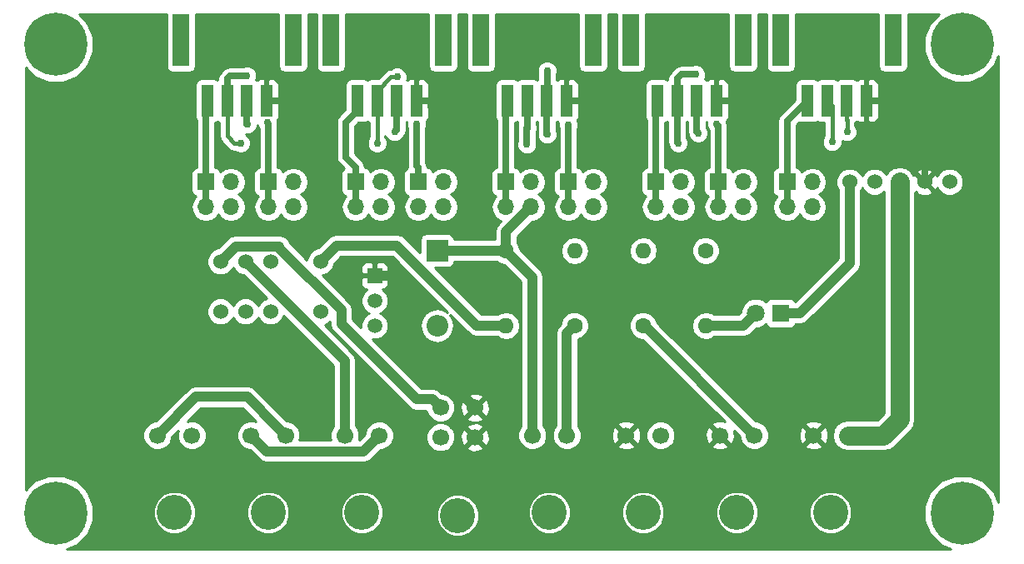
<source format=gbr>
G04 #@! TF.FileFunction,Copper,L1,Top,Signal*
%FSLAX46Y46*%
G04 Gerber Fmt 4.6, Leading zero omitted, Abs format (unit mm)*
G04 Created by KiCad (PCBNEW 4.0.6) date Saturday, February 03, 2018 'PMt' 12:02:10 PM*
%MOMM*%
%LPD*%
G01*
G04 APERTURE LIST*
%ADD10C,0.100000*%
%ADD11C,1.524000*%
%ADD12R,1.800000X1.800000*%
%ADD13C,1.800000*%
%ADD14R,2.200000X2.200000*%
%ADD15O,2.200000X2.200000*%
%ADD16R,1.206500X3.200400*%
%ADD17R,1.700022X5.299964*%
%ADD18R,1.700000X1.700000*%
%ADD19O,1.700000X1.700000*%
%ADD20C,1.600000*%
%ADD21O,1.600000X1.600000*%
%ADD22C,6.400000*%
%ADD23C,1.520000*%
%ADD24R,1.520000X1.520000*%
%ADD25C,1.700000*%
%ADD26C,3.556000*%
%ADD27C,0.762000*%
%ADD28C,1.016000*%
%ADD29C,0.635000*%
%ADD30C,0.381000*%
%ADD31C,1.905000*%
%ADD32C,0.254000*%
G04 APERTURE END LIST*
D10*
D11*
X127855000Y-49370000D03*
X122775000Y-49370000D03*
X120235000Y-49370000D03*
X117695000Y-49370000D03*
X117695000Y-54450000D03*
X120235000Y-54450000D03*
X122775000Y-54450000D03*
X127855000Y-54450000D03*
D12*
X174625000Y-54610000D03*
D13*
X172085000Y-54610000D03*
D14*
X139700000Y-48260000D03*
D15*
X139700000Y-55880000D03*
D16*
X122379994Y-33020000D03*
X120379998Y-33020000D03*
X118380002Y-33020000D03*
X116380006Y-33020000D03*
D17*
X125080014Y-26850340D03*
X113679986Y-26850340D03*
D16*
X137619994Y-33020000D03*
X135619998Y-33020000D03*
X133620002Y-33020000D03*
X131620006Y-33020000D03*
D17*
X140320014Y-26850340D03*
X128919986Y-26850340D03*
D16*
X152859994Y-33020000D03*
X150859998Y-33020000D03*
X148860002Y-33020000D03*
X146860006Y-33020000D03*
D17*
X155560014Y-26850340D03*
X144159986Y-26850340D03*
D16*
X168099994Y-33020000D03*
X166099998Y-33020000D03*
X164100002Y-33020000D03*
X162100006Y-33020000D03*
D17*
X170800014Y-26850340D03*
X159399986Y-26850340D03*
D16*
X183339994Y-33020000D03*
X181339998Y-33020000D03*
X179340002Y-33020000D03*
X177340006Y-33020000D03*
D17*
X186040014Y-26850340D03*
X174639986Y-26850340D03*
D18*
X116205000Y-41275000D03*
D19*
X118745000Y-41275000D03*
X116205000Y-43815000D03*
X118745000Y-43815000D03*
D18*
X131445000Y-41275000D03*
D19*
X133985000Y-41275000D03*
X131445000Y-43815000D03*
X133985000Y-43815000D03*
D18*
X146685000Y-41275000D03*
D19*
X149225000Y-41275000D03*
X146685000Y-43815000D03*
X149225000Y-43815000D03*
D18*
X161925000Y-41275000D03*
D19*
X164465000Y-41275000D03*
X161925000Y-43815000D03*
X164465000Y-43815000D03*
D18*
X175260000Y-41275000D03*
D19*
X177800000Y-41275000D03*
X175260000Y-43815000D03*
X177800000Y-43815000D03*
D18*
X122555000Y-41275000D03*
D19*
X125095000Y-41275000D03*
X122555000Y-43815000D03*
X125095000Y-43815000D03*
D18*
X137795000Y-41275000D03*
D19*
X140335000Y-41275000D03*
X137795000Y-43815000D03*
X140335000Y-43815000D03*
D18*
X153035000Y-41275000D03*
D19*
X155575000Y-41275000D03*
X153035000Y-43815000D03*
X155575000Y-43815000D03*
D18*
X168275000Y-41275000D03*
D19*
X170815000Y-41275000D03*
X168275000Y-43815000D03*
X170815000Y-43815000D03*
D20*
X167005000Y-48260000D03*
D21*
X167005000Y-55880000D03*
D20*
X146685000Y-48260000D03*
D21*
X146685000Y-55880000D03*
D20*
X160655000Y-55880000D03*
D21*
X160655000Y-48260000D03*
D20*
X153670000Y-55880000D03*
D21*
X153670000Y-48260000D03*
D11*
X191770000Y-41275000D03*
X189230000Y-41275000D03*
X186690000Y-41275000D03*
X184150000Y-41275000D03*
X181610000Y-41275000D03*
D22*
X100965000Y-27305000D03*
X193040000Y-27305000D03*
X100965000Y-74930000D03*
X193040000Y-74930000D03*
D23*
X133350000Y-53340000D03*
X133350000Y-55880000D03*
D24*
X133350000Y-50800000D03*
D25*
X149380000Y-67030000D03*
X152880000Y-67030000D03*
D26*
X151120000Y-74860000D03*
D25*
X168430000Y-67030000D03*
X171930000Y-67030000D03*
D26*
X170170000Y-74860000D03*
D25*
X111280000Y-67030000D03*
X114780000Y-67030000D03*
D26*
X113020000Y-74860000D03*
D25*
X120805000Y-67030000D03*
X124305000Y-67030000D03*
D26*
X122545000Y-74860000D03*
D25*
X130330000Y-67030000D03*
X133830000Y-67030000D03*
D26*
X132070000Y-74860000D03*
D25*
X158905000Y-67030000D03*
X162405000Y-67030000D03*
D26*
X160645000Y-74860000D03*
D25*
X177955000Y-67030000D03*
X181455000Y-67030000D03*
D26*
X179695000Y-74860000D03*
D25*
X143545000Y-64230000D03*
X140045000Y-67230000D03*
X143545000Y-67230000D03*
X140045000Y-64230000D03*
D26*
X141785000Y-75160000D03*
D27*
X169799000Y-38354002D03*
X139319000Y-38227000D03*
X124460000Y-38354006D03*
X169799000Y-33401000D03*
X154432000Y-33274000D03*
X154432000Y-38354000D03*
X139065000Y-33274000D03*
X150876000Y-29972000D03*
X135382006Y-36195000D03*
X120396000Y-35433000D03*
X150876000Y-36449000D03*
X166243000Y-36322000D03*
X181356000Y-36195000D03*
X148844000Y-35814000D03*
X148832924Y-37465011D03*
X133604000Y-37338000D03*
X164211000Y-37338000D03*
X119761000Y-37338000D03*
X135635996Y-30607000D03*
X165989000Y-30353000D03*
X179832000Y-37211000D03*
X120379998Y-30496002D03*
X122428000Y-35255214D03*
X137608881Y-35418370D03*
X153034579Y-35496490D03*
X168098889Y-35369490D03*
D28*
X143545000Y-64230000D02*
X135882001Y-56567001D01*
X135882001Y-56567001D02*
X135882001Y-51464239D01*
X135882001Y-51464239D02*
X135217762Y-50800000D01*
X135217762Y-50800000D02*
X134866000Y-50800000D01*
X134866000Y-50800000D02*
X133350000Y-50800000D01*
D29*
X169799000Y-34290000D02*
X169799000Y-38354002D01*
X122379994Y-33020000D02*
X123618244Y-33020000D01*
X124460000Y-33861756D02*
X124460000Y-37815191D01*
X123618244Y-33020000D02*
X124460000Y-33861756D01*
X124460000Y-37815191D02*
X124460000Y-38354006D01*
X139319000Y-37688185D02*
X139319000Y-38227000D01*
X139319000Y-33909000D02*
X139319000Y-37688185D01*
X139065000Y-33655000D02*
X139319000Y-33909000D01*
D30*
X169799000Y-33939815D02*
X169799000Y-33401000D01*
X169799000Y-34290000D02*
X169799000Y-33939815D01*
X154432000Y-33909000D02*
X154432000Y-33274000D01*
D29*
X169799000Y-33480756D02*
X169799000Y-34290000D01*
X154432000Y-33353756D02*
X154432000Y-33909000D01*
X154432000Y-33909000D02*
X154432000Y-38354000D01*
X183339994Y-33020000D02*
X184578244Y-33020000D01*
X184578244Y-33020000D02*
X189230000Y-37671756D01*
X189230000Y-37671756D02*
X189230000Y-40197370D01*
X189230000Y-40197370D02*
X189230000Y-41275000D01*
X152859994Y-33020000D02*
X154098244Y-33020000D01*
X154098244Y-33020000D02*
X154432000Y-33353756D01*
X168099994Y-33020000D02*
X169338244Y-33020000D01*
X169338244Y-33020000D02*
X169799000Y-33480756D01*
X139065000Y-33226756D02*
X139065000Y-33655000D01*
X139065000Y-33274000D02*
X139065000Y-33655000D01*
X137619994Y-33020000D02*
X138858244Y-33020000D01*
X138858244Y-33020000D02*
X139065000Y-33226756D01*
D28*
X135620398Y-47752000D02*
X129473000Y-47752000D01*
X129473000Y-47752000D02*
X127855000Y-49370000D01*
X146685000Y-55880000D02*
X143748398Y-55880000D01*
X143748398Y-55880000D02*
X135620398Y-47752000D01*
X130330000Y-67030000D02*
X130330000Y-59465000D01*
X130330000Y-59465000D02*
X120235000Y-49370000D01*
X129971800Y-55714900D02*
X129971800Y-54311278D01*
X129971800Y-54311278D02*
X123660999Y-48000477D01*
X123660999Y-48000477D02*
X123660999Y-47845999D01*
X137636901Y-63380001D02*
X129971800Y-55714900D01*
X140045000Y-64230000D02*
X139195001Y-63380001D01*
X139195001Y-63380001D02*
X137636901Y-63380001D01*
X123660999Y-47845999D02*
X119219001Y-47845999D01*
X119219001Y-47845999D02*
X118456999Y-48608001D01*
X118456999Y-48608001D02*
X117695000Y-49370000D01*
X174625000Y-54610000D02*
X176541000Y-54610000D01*
X176541000Y-54610000D02*
X181610000Y-49541000D01*
X181610000Y-49541000D02*
X181610000Y-42352630D01*
X181610000Y-42352630D02*
X181610000Y-41275000D01*
X167005000Y-55880000D02*
X170815000Y-55880000D01*
X170815000Y-55880000D02*
X172085000Y-54610000D01*
X146685000Y-48260000D02*
X139700000Y-48260000D01*
X146685000Y-48260000D02*
X146685000Y-46355000D01*
X146685000Y-46355000D02*
X149225000Y-43815000D01*
X149380000Y-67030000D02*
X149380000Y-50955000D01*
X149380000Y-50955000D02*
X146685000Y-48260000D01*
D31*
X185065000Y-67030000D02*
X186690000Y-65405000D01*
X186690000Y-65405000D02*
X186690000Y-41275000D01*
X181455000Y-67030000D02*
X185065000Y-67030000D01*
D29*
X150876000Y-29972000D02*
X150876000Y-33003998D01*
X150876000Y-33003998D02*
X150859998Y-33020000D01*
X135619998Y-35957008D02*
X135382006Y-36195000D01*
X135619998Y-33020000D02*
X135619998Y-35957008D01*
X120379998Y-35416998D02*
X120396000Y-35433000D01*
X120379998Y-33020000D02*
X120379998Y-35416998D01*
X150859998Y-33020000D02*
X150859998Y-36432998D01*
X150859998Y-36432998D02*
X150876000Y-36449000D01*
X166099998Y-36178998D02*
X166243000Y-36322000D01*
X166099998Y-33020000D02*
X166099998Y-36178998D01*
D30*
X181356000Y-35017202D02*
X181356000Y-36195000D01*
X181339998Y-33020000D02*
X181339998Y-35001200D01*
X181339998Y-35001200D02*
X181356000Y-35017202D01*
D29*
X148832924Y-35825076D02*
X148844000Y-35814000D01*
X148832924Y-37465011D02*
X148832924Y-35825076D01*
X148860002Y-35797998D02*
X148844000Y-35814000D01*
X148860002Y-33020000D02*
X148860002Y-35797998D01*
X148844000Y-35271202D02*
X148844000Y-35814000D01*
D30*
X133620002Y-37321998D02*
X133604000Y-37338000D01*
X133620002Y-33020000D02*
X133620002Y-37321998D01*
D29*
X164100002Y-37227002D02*
X164211000Y-37338000D01*
X164100002Y-33020000D02*
X164100002Y-37227002D01*
D30*
X118380002Y-33020000D02*
X118380002Y-36622817D01*
X119095185Y-37338000D02*
X119222185Y-37338000D01*
X118380002Y-36622817D02*
X119095185Y-37338000D01*
X119222185Y-37338000D02*
X119761000Y-37338000D01*
X135097181Y-30607000D02*
X135635996Y-30607000D01*
X135036052Y-30607000D02*
X135097181Y-30607000D01*
X133620002Y-32023050D02*
X135036052Y-30607000D01*
X133620002Y-33020000D02*
X133620002Y-32023050D01*
D29*
X164531802Y-30353000D02*
X165989000Y-30353000D01*
X164100002Y-33020000D02*
X164100002Y-30784800D01*
X164100002Y-30784800D02*
X164531802Y-30353000D01*
D30*
X179832000Y-37211000D02*
X179832000Y-33511998D01*
X179832000Y-33511998D02*
X179340002Y-33020000D01*
D29*
X120379998Y-30496002D02*
X118668800Y-30496002D01*
X118668800Y-30496002D02*
X118380002Y-30784800D01*
X118380002Y-30784800D02*
X118380002Y-33020000D01*
X116205000Y-41275000D02*
X116205000Y-43815000D01*
X116205000Y-41275000D02*
X116205000Y-33195006D01*
X116205000Y-33195006D02*
X116380006Y-33020000D01*
X131445000Y-41275000D02*
X131445000Y-39790000D01*
X131445000Y-39790000D02*
X130403600Y-38748600D01*
X130403600Y-38748600D02*
X130403600Y-35233356D01*
X130403600Y-35233356D02*
X131620006Y-34016950D01*
X131620006Y-34016950D02*
X131620006Y-33020000D01*
X131445000Y-41275000D02*
X131445000Y-43815000D01*
X146685000Y-41275000D02*
X146685000Y-43815000D01*
X146685000Y-41275000D02*
X146685000Y-33195006D01*
X146685000Y-33195006D02*
X146860006Y-33020000D01*
X161925000Y-41275000D02*
X161925000Y-43815000D01*
X161925000Y-41275000D02*
X161925000Y-33195006D01*
X161925000Y-33195006D02*
X162100006Y-33020000D01*
X176387504Y-33972502D02*
X177340006Y-33020000D01*
X175260000Y-35100006D02*
X176387504Y-33972502D01*
X175260000Y-41275000D02*
X175260000Y-35100006D01*
X175260000Y-41275000D02*
X175260000Y-43815000D01*
X122555000Y-41275000D02*
X122555000Y-35382214D01*
X122555000Y-35382214D02*
X122428000Y-35255214D01*
X122555000Y-41275000D02*
X122555000Y-43815000D01*
X137608881Y-35957185D02*
X137608881Y-35418370D01*
X137608881Y-39603881D02*
X137608881Y-35957185D01*
X137795000Y-39790000D02*
X137608881Y-39603881D01*
X137795000Y-41275000D02*
X137795000Y-39790000D01*
X153035000Y-35496911D02*
X153034579Y-35496490D01*
X153035000Y-41275000D02*
X153035000Y-35496911D01*
X153035000Y-41275000D02*
X153035000Y-43815000D01*
X168275000Y-35545601D02*
X168098889Y-35369490D01*
X168275000Y-41275000D02*
X168275000Y-35545601D01*
X168275000Y-41275000D02*
X168275000Y-43815000D01*
D28*
X120805000Y-67030000D02*
X122417001Y-68642001D01*
X122417001Y-68642001D02*
X132217999Y-68642001D01*
X132217999Y-68642001D02*
X132980001Y-67879999D01*
X132980001Y-67879999D02*
X133830000Y-67030000D01*
X111280000Y-67030000D02*
X115191000Y-63119000D01*
X115191000Y-63119000D02*
X120394000Y-63119000D01*
X120394000Y-63119000D02*
X123455001Y-66180001D01*
X123455001Y-66180001D02*
X124305000Y-67030000D01*
X171930000Y-67030000D02*
X160780000Y-55880000D01*
X160780000Y-55880000D02*
X160655000Y-55880000D01*
X152880000Y-67030000D02*
X152880000Y-56670000D01*
X152880000Y-56670000D02*
X153670000Y-55880000D01*
D32*
G36*
X112182535Y-29500322D02*
X112226813Y-29735639D01*
X112365885Y-29951763D01*
X112578085Y-30096753D01*
X112829975Y-30147762D01*
X114529997Y-30147762D01*
X114765314Y-30103484D01*
X114981438Y-29964412D01*
X115126428Y-29752212D01*
X115177437Y-29500322D01*
X115177437Y-24257000D01*
X123582563Y-24257000D01*
X123582563Y-29500322D01*
X123626841Y-29735639D01*
X123765913Y-29951763D01*
X123978113Y-30096753D01*
X124230003Y-30147762D01*
X125930025Y-30147762D01*
X126165342Y-30103484D01*
X126381466Y-29964412D01*
X126526456Y-29752212D01*
X126577465Y-29500322D01*
X126577465Y-24257000D01*
X127422535Y-24257000D01*
X127422535Y-29500322D01*
X127466813Y-29735639D01*
X127605885Y-29951763D01*
X127818085Y-30096753D01*
X128069975Y-30147762D01*
X129769997Y-30147762D01*
X130005314Y-30103484D01*
X130221438Y-29964412D01*
X130366428Y-29752212D01*
X130417437Y-29500322D01*
X130417437Y-24257000D01*
X138822563Y-24257000D01*
X138822563Y-29500322D01*
X138866841Y-29735639D01*
X139005913Y-29951763D01*
X139218113Y-30096753D01*
X139470003Y-30147762D01*
X141170025Y-30147762D01*
X141405342Y-30103484D01*
X141621466Y-29964412D01*
X141766456Y-29752212D01*
X141817465Y-29500322D01*
X141817465Y-24257000D01*
X142662535Y-24257000D01*
X142662535Y-29500322D01*
X142706813Y-29735639D01*
X142845885Y-29951763D01*
X143058085Y-30096753D01*
X143309975Y-30147762D01*
X145009997Y-30147762D01*
X145245314Y-30103484D01*
X145461438Y-29964412D01*
X145606428Y-29752212D01*
X145657437Y-29500322D01*
X145657437Y-24257000D01*
X154062563Y-24257000D01*
X154062563Y-29500322D01*
X154106841Y-29735639D01*
X154245913Y-29951763D01*
X154458113Y-30096753D01*
X154710003Y-30147762D01*
X156410025Y-30147762D01*
X156645342Y-30103484D01*
X156861466Y-29964412D01*
X157006456Y-29752212D01*
X157057465Y-29500322D01*
X157057465Y-24257000D01*
X157902535Y-24257000D01*
X157902535Y-29500322D01*
X157946813Y-29735639D01*
X158085885Y-29951763D01*
X158298085Y-30096753D01*
X158549975Y-30147762D01*
X160249997Y-30147762D01*
X160485314Y-30103484D01*
X160701438Y-29964412D01*
X160846428Y-29752212D01*
X160897437Y-29500322D01*
X160897437Y-24257000D01*
X169302563Y-24257000D01*
X169302563Y-29500322D01*
X169346841Y-29735639D01*
X169485913Y-29951763D01*
X169698113Y-30096753D01*
X169950003Y-30147762D01*
X171650025Y-30147762D01*
X171885342Y-30103484D01*
X172101466Y-29964412D01*
X172246456Y-29752212D01*
X172297465Y-29500322D01*
X172297465Y-24257000D01*
X173142535Y-24257000D01*
X173142535Y-29500322D01*
X173186813Y-29735639D01*
X173325885Y-29951763D01*
X173538085Y-30096753D01*
X173789975Y-30147762D01*
X175489997Y-30147762D01*
X175725314Y-30103484D01*
X175941438Y-29964412D01*
X176086428Y-29752212D01*
X176137437Y-29500322D01*
X176137437Y-24257000D01*
X184542563Y-24257000D01*
X184542563Y-29500322D01*
X184586841Y-29735639D01*
X184725913Y-29951763D01*
X184938113Y-30096753D01*
X185190003Y-30147762D01*
X186890025Y-30147762D01*
X187125342Y-30103484D01*
X187341466Y-29964412D01*
X187486456Y-29752212D01*
X187537465Y-29500322D01*
X187537465Y-24257000D01*
X190665077Y-24257000D01*
X189790741Y-25129811D01*
X189205667Y-26538825D01*
X189204336Y-28064482D01*
X189786950Y-29474515D01*
X190864811Y-30554259D01*
X192273825Y-31139333D01*
X193799482Y-31140664D01*
X195209515Y-30558050D01*
X196289259Y-29480189D01*
X196723000Y-28435625D01*
X196723000Y-73801043D01*
X196293050Y-72760485D01*
X195215189Y-71680741D01*
X193806175Y-71095667D01*
X192280518Y-71094336D01*
X190870485Y-71676950D01*
X189790741Y-72754811D01*
X189205667Y-74163825D01*
X189204336Y-75689482D01*
X189786950Y-77099515D01*
X190864811Y-78179259D01*
X191909375Y-78613000D01*
X102093957Y-78613000D01*
X103134515Y-78183050D01*
X104214259Y-77105189D01*
X104799333Y-75696175D01*
X104799689Y-75287766D01*
X110859626Y-75287766D01*
X111187773Y-76081943D01*
X111794861Y-76690091D01*
X112588464Y-77019624D01*
X113447766Y-77020374D01*
X114241943Y-76692227D01*
X114850091Y-76085139D01*
X115179624Y-75291536D01*
X115179627Y-75287766D01*
X120384626Y-75287766D01*
X120712773Y-76081943D01*
X121319861Y-76690091D01*
X122113464Y-77019624D01*
X122972766Y-77020374D01*
X123766943Y-76692227D01*
X124375091Y-76085139D01*
X124704624Y-75291536D01*
X124704627Y-75287766D01*
X129909626Y-75287766D01*
X130237773Y-76081943D01*
X130844861Y-76690091D01*
X131638464Y-77019624D01*
X132497766Y-77020374D01*
X133291943Y-76692227D01*
X133900091Y-76085139D01*
X134106618Y-75587766D01*
X139624626Y-75587766D01*
X139952773Y-76381943D01*
X140559861Y-76990091D01*
X141353464Y-77319624D01*
X142212766Y-77320374D01*
X143006943Y-76992227D01*
X143615091Y-76385139D01*
X143944624Y-75591536D01*
X143944889Y-75287766D01*
X148959626Y-75287766D01*
X149287773Y-76081943D01*
X149894861Y-76690091D01*
X150688464Y-77019624D01*
X151547766Y-77020374D01*
X152341943Y-76692227D01*
X152950091Y-76085139D01*
X153279624Y-75291536D01*
X153279627Y-75287766D01*
X158484626Y-75287766D01*
X158812773Y-76081943D01*
X159419861Y-76690091D01*
X160213464Y-77019624D01*
X161072766Y-77020374D01*
X161866943Y-76692227D01*
X162475091Y-76085139D01*
X162804624Y-75291536D01*
X162804627Y-75287766D01*
X168009626Y-75287766D01*
X168337773Y-76081943D01*
X168944861Y-76690091D01*
X169738464Y-77019624D01*
X170597766Y-77020374D01*
X171391943Y-76692227D01*
X172000091Y-76085139D01*
X172329624Y-75291536D01*
X172329627Y-75287766D01*
X177534626Y-75287766D01*
X177862773Y-76081943D01*
X178469861Y-76690091D01*
X179263464Y-77019624D01*
X180122766Y-77020374D01*
X180916943Y-76692227D01*
X181525091Y-76085139D01*
X181854624Y-75291536D01*
X181855374Y-74432234D01*
X181527227Y-73638057D01*
X180920139Y-73029909D01*
X180126536Y-72700376D01*
X179267234Y-72699626D01*
X178473057Y-73027773D01*
X177864909Y-73634861D01*
X177535376Y-74428464D01*
X177534626Y-75287766D01*
X172329627Y-75287766D01*
X172330374Y-74432234D01*
X172002227Y-73638057D01*
X171395139Y-73029909D01*
X170601536Y-72700376D01*
X169742234Y-72699626D01*
X168948057Y-73027773D01*
X168339909Y-73634861D01*
X168010376Y-74428464D01*
X168009626Y-75287766D01*
X162804627Y-75287766D01*
X162805374Y-74432234D01*
X162477227Y-73638057D01*
X161870139Y-73029909D01*
X161076536Y-72700376D01*
X160217234Y-72699626D01*
X159423057Y-73027773D01*
X158814909Y-73634861D01*
X158485376Y-74428464D01*
X158484626Y-75287766D01*
X153279627Y-75287766D01*
X153280374Y-74432234D01*
X152952227Y-73638057D01*
X152345139Y-73029909D01*
X151551536Y-72700376D01*
X150692234Y-72699626D01*
X149898057Y-73027773D01*
X149289909Y-73634861D01*
X148960376Y-74428464D01*
X148959626Y-75287766D01*
X143944889Y-75287766D01*
X143945374Y-74732234D01*
X143617227Y-73938057D01*
X143010139Y-73329909D01*
X142216536Y-73000376D01*
X141357234Y-72999626D01*
X140563057Y-73327773D01*
X139954909Y-73934861D01*
X139625376Y-74728464D01*
X139624626Y-75587766D01*
X134106618Y-75587766D01*
X134229624Y-75291536D01*
X134230374Y-74432234D01*
X133902227Y-73638057D01*
X133295139Y-73029909D01*
X132501536Y-72700376D01*
X131642234Y-72699626D01*
X130848057Y-73027773D01*
X130239909Y-73634861D01*
X129910376Y-74428464D01*
X129909626Y-75287766D01*
X124704627Y-75287766D01*
X124705374Y-74432234D01*
X124377227Y-73638057D01*
X123770139Y-73029909D01*
X122976536Y-72700376D01*
X122117234Y-72699626D01*
X121323057Y-73027773D01*
X120714909Y-73634861D01*
X120385376Y-74428464D01*
X120384626Y-75287766D01*
X115179627Y-75287766D01*
X115180374Y-74432234D01*
X114852227Y-73638057D01*
X114245139Y-73029909D01*
X113451536Y-72700376D01*
X112592234Y-72699626D01*
X111798057Y-73027773D01*
X111189909Y-73634861D01*
X110860376Y-74428464D01*
X110859626Y-75287766D01*
X104799689Y-75287766D01*
X104800664Y-74170518D01*
X104218050Y-72760485D01*
X103140189Y-71680741D01*
X101731175Y-71095667D01*
X100205518Y-71094336D01*
X98795485Y-71676950D01*
X97917000Y-72553903D01*
X97917000Y-67324089D01*
X109794743Y-67324089D01*
X110020344Y-67870086D01*
X110437717Y-68288188D01*
X110983319Y-68514742D01*
X111574089Y-68515257D01*
X112120086Y-68289656D01*
X112538188Y-67872283D01*
X112764742Y-67326681D01*
X112764886Y-67161560D01*
X113367781Y-66558665D01*
X113295258Y-66733319D01*
X113294743Y-67324089D01*
X113520344Y-67870086D01*
X113937717Y-68288188D01*
X114483319Y-68514742D01*
X115074089Y-68515257D01*
X115620086Y-68289656D01*
X116038188Y-67872283D01*
X116264742Y-67326681D01*
X116265257Y-66735911D01*
X116039656Y-66189914D01*
X115622283Y-65771812D01*
X115076681Y-65545258D01*
X114485911Y-65544743D01*
X114308327Y-65618119D01*
X115664446Y-64262000D01*
X119920554Y-64262000D01*
X121276335Y-65617781D01*
X121101681Y-65545258D01*
X120510911Y-65544743D01*
X119964914Y-65770344D01*
X119546812Y-66187717D01*
X119320258Y-66733319D01*
X119319743Y-67324089D01*
X119545344Y-67870086D01*
X119962717Y-68288188D01*
X120508319Y-68514742D01*
X120673440Y-68514886D01*
X121608778Y-69450224D01*
X121979594Y-69697995D01*
X122417001Y-69785001D01*
X132217999Y-69785001D01*
X132655406Y-69697995D01*
X133026222Y-69450224D01*
X133961331Y-68515115D01*
X134124089Y-68515257D01*
X134670086Y-68289656D01*
X135088188Y-67872283D01*
X135232770Y-67524089D01*
X138559743Y-67524089D01*
X138785344Y-68070086D01*
X139202717Y-68488188D01*
X139748319Y-68714742D01*
X140339089Y-68715257D01*
X140885086Y-68489656D01*
X141101160Y-68273958D01*
X142680647Y-68273958D01*
X142760920Y-68525259D01*
X143316279Y-68726718D01*
X143906458Y-68700315D01*
X144329080Y-68525259D01*
X144409353Y-68273958D01*
X143545000Y-67409605D01*
X142680647Y-68273958D01*
X141101160Y-68273958D01*
X141303188Y-68072283D01*
X141529742Y-67526681D01*
X141530200Y-67001279D01*
X142048282Y-67001279D01*
X142074685Y-67591458D01*
X142249741Y-68014080D01*
X142501042Y-68094353D01*
X143365395Y-67230000D01*
X143724605Y-67230000D01*
X144588958Y-68094353D01*
X144840259Y-68014080D01*
X145041718Y-67458721D01*
X145015315Y-66868542D01*
X144840259Y-66445920D01*
X144588958Y-66365647D01*
X143724605Y-67230000D01*
X143365395Y-67230000D01*
X142501042Y-66365647D01*
X142249741Y-66445920D01*
X142048282Y-67001279D01*
X141530200Y-67001279D01*
X141530257Y-66935911D01*
X141304656Y-66389914D01*
X141101140Y-66186042D01*
X142680647Y-66186042D01*
X143545000Y-67050395D01*
X144409353Y-66186042D01*
X144329080Y-65934741D01*
X143773721Y-65733282D01*
X143183542Y-65759685D01*
X142760920Y-65934741D01*
X142680647Y-66186042D01*
X141101140Y-66186042D01*
X140887283Y-65971812D01*
X140341681Y-65745258D01*
X139750911Y-65744743D01*
X139204914Y-65970344D01*
X138786812Y-66387717D01*
X138560258Y-66933319D01*
X138559743Y-67524089D01*
X135232770Y-67524089D01*
X135314742Y-67326681D01*
X135315257Y-66735911D01*
X135089656Y-66189914D01*
X134672283Y-65771812D01*
X134126681Y-65545258D01*
X133535911Y-65544743D01*
X132989914Y-65770344D01*
X132571812Y-66187717D01*
X132345258Y-66733319D01*
X132345114Y-66898440D01*
X131744553Y-67499001D01*
X131743188Y-67499001D01*
X131814742Y-67326681D01*
X131815257Y-66735911D01*
X131589656Y-66189914D01*
X131473000Y-66073054D01*
X131473000Y-59465000D01*
X131385994Y-59027593D01*
X131138223Y-58656777D01*
X128271081Y-55789635D01*
X128645303Y-55635010D01*
X128828800Y-55451833D01*
X128828800Y-55714900D01*
X128915806Y-56152307D01*
X129163577Y-56523123D01*
X136828678Y-64188224D01*
X137199494Y-64435995D01*
X137636901Y-64523001D01*
X138559744Y-64523001D01*
X138559743Y-64524089D01*
X138785344Y-65070086D01*
X139202717Y-65488188D01*
X139748319Y-65714742D01*
X140339089Y-65715257D01*
X140885086Y-65489656D01*
X141101160Y-65273958D01*
X142680647Y-65273958D01*
X142760920Y-65525259D01*
X143316279Y-65726718D01*
X143906458Y-65700315D01*
X144329080Y-65525259D01*
X144409353Y-65273958D01*
X143545000Y-64409605D01*
X142680647Y-65273958D01*
X141101160Y-65273958D01*
X141303188Y-65072283D01*
X141529742Y-64526681D01*
X141530200Y-64001279D01*
X142048282Y-64001279D01*
X142074685Y-64591458D01*
X142249741Y-65014080D01*
X142501042Y-65094353D01*
X143365395Y-64230000D01*
X143724605Y-64230000D01*
X144588958Y-65094353D01*
X144840259Y-65014080D01*
X145041718Y-64458721D01*
X145015315Y-63868542D01*
X144840259Y-63445920D01*
X144588958Y-63365647D01*
X143724605Y-64230000D01*
X143365395Y-64230000D01*
X142501042Y-63365647D01*
X142249741Y-63445920D01*
X142048282Y-64001279D01*
X141530200Y-64001279D01*
X141530257Y-63935911D01*
X141304656Y-63389914D01*
X141101140Y-63186042D01*
X142680647Y-63186042D01*
X143545000Y-64050395D01*
X144409353Y-63186042D01*
X144329080Y-62934741D01*
X143773721Y-62733282D01*
X143183542Y-62759685D01*
X142760920Y-62934741D01*
X142680647Y-63186042D01*
X141101140Y-63186042D01*
X140887283Y-62971812D01*
X140341681Y-62745258D01*
X140176560Y-62745114D01*
X140003224Y-62571778D01*
X139632408Y-62324007D01*
X139195001Y-62237001D01*
X138110347Y-62237001D01*
X133148171Y-57274825D01*
X133626265Y-57275242D01*
X134139172Y-57063313D01*
X134531934Y-56671236D01*
X134744758Y-56158700D01*
X134745242Y-55603735D01*
X134533313Y-55090828D01*
X134141236Y-54698066D01*
X133929262Y-54610046D01*
X134139172Y-54523313D01*
X134531934Y-54131236D01*
X134744758Y-53618700D01*
X134745242Y-53063735D01*
X134533313Y-52550828D01*
X134178106Y-52195000D01*
X134236309Y-52195000D01*
X134469698Y-52098327D01*
X134648327Y-51919699D01*
X134745000Y-51686310D01*
X134745000Y-51085750D01*
X134586250Y-50927000D01*
X133477000Y-50927000D01*
X133477000Y-50947000D01*
X133223000Y-50947000D01*
X133223000Y-50927000D01*
X132113750Y-50927000D01*
X131955000Y-51085750D01*
X131955000Y-51686310D01*
X132051673Y-51919699D01*
X132230302Y-52098327D01*
X132463691Y-52195000D01*
X132522448Y-52195000D01*
X132168066Y-52548764D01*
X131955242Y-53061300D01*
X131954758Y-53616265D01*
X132166687Y-54129172D01*
X132558764Y-54521934D01*
X132770738Y-54609954D01*
X132560828Y-54696687D01*
X132168066Y-55088764D01*
X131955242Y-55601300D01*
X131954823Y-56081477D01*
X131114800Y-55241454D01*
X131114800Y-54311278D01*
X131027794Y-53873871D01*
X130780023Y-53503055D01*
X128044134Y-50767166D01*
X128131661Y-50767242D01*
X128645303Y-50555010D01*
X129038629Y-50162370D01*
X129141889Y-49913690D01*
X131955000Y-49913690D01*
X131955000Y-50514250D01*
X132113750Y-50673000D01*
X133223000Y-50673000D01*
X133223000Y-49563750D01*
X133477000Y-49563750D01*
X133477000Y-50673000D01*
X134586250Y-50673000D01*
X134745000Y-50514250D01*
X134745000Y-49913690D01*
X134648327Y-49680301D01*
X134469698Y-49501673D01*
X134236309Y-49405000D01*
X133635750Y-49405000D01*
X133477000Y-49563750D01*
X133223000Y-49563750D01*
X133064250Y-49405000D01*
X132463691Y-49405000D01*
X132230302Y-49501673D01*
X132051673Y-49680301D01*
X131955000Y-49913690D01*
X129141889Y-49913690D01*
X129251757Y-49649100D01*
X129251809Y-49589637D01*
X129946446Y-48895000D01*
X135146952Y-48895000D01*
X140758971Y-54507019D01*
X140363956Y-54243078D01*
X139700000Y-54111009D01*
X139036044Y-54243078D01*
X138473170Y-54619179D01*
X138097069Y-55182053D01*
X137965000Y-55846009D01*
X137965000Y-55913991D01*
X138097069Y-56577947D01*
X138473170Y-57140821D01*
X139036044Y-57516922D01*
X139700000Y-57648991D01*
X140363956Y-57516922D01*
X140926830Y-57140821D01*
X141302931Y-56577947D01*
X141435000Y-55913991D01*
X141435000Y-55846009D01*
X141302931Y-55182053D01*
X141038990Y-54787038D01*
X142940175Y-56688223D01*
X143310991Y-56935994D01*
X143748398Y-57023000D01*
X145820245Y-57023000D01*
X146135849Y-57233880D01*
X146685000Y-57343113D01*
X147234151Y-57233880D01*
X147699698Y-56922811D01*
X148010767Y-56457264D01*
X148120000Y-55908113D01*
X148120000Y-55851887D01*
X148010767Y-55302736D01*
X147699698Y-54837189D01*
X147234151Y-54526120D01*
X146685000Y-54416887D01*
X146135849Y-54526120D01*
X145820245Y-54737000D01*
X144221844Y-54737000D01*
X139492284Y-50007440D01*
X140800000Y-50007440D01*
X141035317Y-49963162D01*
X141251441Y-49824090D01*
X141396431Y-49611890D01*
X141438732Y-49403000D01*
X145798380Y-49403000D01*
X145871077Y-49475824D01*
X146398309Y-49694750D01*
X146503396Y-49694842D01*
X148237000Y-51428446D01*
X148237000Y-66072730D01*
X148121812Y-66187717D01*
X147895258Y-66733319D01*
X147894743Y-67324089D01*
X148120344Y-67870086D01*
X148537717Y-68288188D01*
X149083319Y-68514742D01*
X149674089Y-68515257D01*
X150220086Y-68289656D01*
X150638188Y-67872283D01*
X150864742Y-67326681D01*
X150864744Y-67324089D01*
X151394743Y-67324089D01*
X151620344Y-67870086D01*
X152037717Y-68288188D01*
X152583319Y-68514742D01*
X153174089Y-68515257D01*
X153720086Y-68289656D01*
X153936160Y-68073958D01*
X158040647Y-68073958D01*
X158120920Y-68325259D01*
X158676279Y-68526718D01*
X159266458Y-68500315D01*
X159689080Y-68325259D01*
X159769353Y-68073958D01*
X158905000Y-67209605D01*
X158040647Y-68073958D01*
X153936160Y-68073958D01*
X154138188Y-67872283D01*
X154364742Y-67326681D01*
X154365200Y-66801279D01*
X157408282Y-66801279D01*
X157434685Y-67391458D01*
X157609741Y-67814080D01*
X157861042Y-67894353D01*
X158725395Y-67030000D01*
X159084605Y-67030000D01*
X159948958Y-67894353D01*
X160200259Y-67814080D01*
X160378005Y-67324089D01*
X160919743Y-67324089D01*
X161145344Y-67870086D01*
X161562717Y-68288188D01*
X162108319Y-68514742D01*
X162699089Y-68515257D01*
X163245086Y-68289656D01*
X163461160Y-68073958D01*
X167565647Y-68073958D01*
X167645920Y-68325259D01*
X168201279Y-68526718D01*
X168791458Y-68500315D01*
X169214080Y-68325259D01*
X169294353Y-68073958D01*
X168430000Y-67209605D01*
X167565647Y-68073958D01*
X163461160Y-68073958D01*
X163663188Y-67872283D01*
X163889742Y-67326681D01*
X163890200Y-66801279D01*
X166933282Y-66801279D01*
X166959685Y-67391458D01*
X167134741Y-67814080D01*
X167386042Y-67894353D01*
X168250395Y-67030000D01*
X167386042Y-66165647D01*
X167134741Y-66245920D01*
X166933282Y-66801279D01*
X163890200Y-66801279D01*
X163890257Y-66735911D01*
X163664656Y-66189914D01*
X163247283Y-65771812D01*
X162701681Y-65545258D01*
X162110911Y-65544743D01*
X161564914Y-65770344D01*
X161146812Y-66187717D01*
X160920258Y-66733319D01*
X160919743Y-67324089D01*
X160378005Y-67324089D01*
X160401718Y-67258721D01*
X160375315Y-66668542D01*
X160200259Y-66245920D01*
X159948958Y-66165647D01*
X159084605Y-67030000D01*
X158725395Y-67030000D01*
X157861042Y-66165647D01*
X157609741Y-66245920D01*
X157408282Y-66801279D01*
X154365200Y-66801279D01*
X154365257Y-66735911D01*
X154139656Y-66189914D01*
X154023000Y-66073054D01*
X154023000Y-65986042D01*
X158040647Y-65986042D01*
X158905000Y-66850395D01*
X159769353Y-65986042D01*
X159689080Y-65734741D01*
X159133721Y-65533282D01*
X158543542Y-65559685D01*
X158120920Y-65734741D01*
X158040647Y-65986042D01*
X154023000Y-65986042D01*
X154023000Y-57286815D01*
X154481800Y-57097243D01*
X154885824Y-56693923D01*
X155104750Y-56166691D01*
X155104752Y-56164187D01*
X159219752Y-56164187D01*
X159437757Y-56691800D01*
X159841077Y-57095824D01*
X160368309Y-57314750D01*
X160598505Y-57314951D01*
X168906844Y-65623290D01*
X168658721Y-65533282D01*
X168068542Y-65559685D01*
X167645920Y-65734741D01*
X167565647Y-65986042D01*
X168430000Y-66850395D01*
X168444143Y-66836253D01*
X168623748Y-67015858D01*
X168609605Y-67030000D01*
X169473958Y-67894353D01*
X169725259Y-67814080D01*
X169926718Y-67258721D01*
X169900315Y-66668542D01*
X169863700Y-66580146D01*
X170444885Y-67161331D01*
X170444743Y-67324089D01*
X170670344Y-67870086D01*
X171087717Y-68288188D01*
X171633319Y-68514742D01*
X172224089Y-68515257D01*
X172770086Y-68289656D01*
X172986160Y-68073958D01*
X177090647Y-68073958D01*
X177170920Y-68325259D01*
X177726279Y-68526718D01*
X178316458Y-68500315D01*
X178739080Y-68325259D01*
X178819353Y-68073958D01*
X177955000Y-67209605D01*
X177090647Y-68073958D01*
X172986160Y-68073958D01*
X173188188Y-67872283D01*
X173414742Y-67326681D01*
X173415200Y-66801279D01*
X176458282Y-66801279D01*
X176484685Y-67391458D01*
X176659741Y-67814080D01*
X176911042Y-67894353D01*
X177775395Y-67030000D01*
X178134605Y-67030000D01*
X178998958Y-67894353D01*
X179250259Y-67814080D01*
X179451718Y-67258721D01*
X179425315Y-66668542D01*
X179250259Y-66245920D01*
X178998958Y-66165647D01*
X178134605Y-67030000D01*
X177775395Y-67030000D01*
X176911042Y-66165647D01*
X176659741Y-66245920D01*
X176458282Y-66801279D01*
X173415200Y-66801279D01*
X173415257Y-66735911D01*
X173189656Y-66189914D01*
X172986140Y-65986042D01*
X177090647Y-65986042D01*
X177955000Y-66850395D01*
X178819353Y-65986042D01*
X178739080Y-65734741D01*
X178183721Y-65533282D01*
X177593542Y-65559685D01*
X177170920Y-65734741D01*
X177090647Y-65986042D01*
X172986140Y-65986042D01*
X172772283Y-65771812D01*
X172226681Y-65545258D01*
X172061560Y-65545114D01*
X162368333Y-55851887D01*
X165570000Y-55851887D01*
X165570000Y-55908113D01*
X165679233Y-56457264D01*
X165990302Y-56922811D01*
X166455849Y-57233880D01*
X167005000Y-57343113D01*
X167554151Y-57233880D01*
X167869755Y-57023000D01*
X170815000Y-57023000D01*
X171252407Y-56935994D01*
X171623223Y-56688223D01*
X172166375Y-56145071D01*
X172388991Y-56145265D01*
X172953371Y-55912068D01*
X173121613Y-55744120D01*
X173121838Y-55745317D01*
X173260910Y-55961441D01*
X173473110Y-56106431D01*
X173725000Y-56157440D01*
X175525000Y-56157440D01*
X175760317Y-56113162D01*
X175976441Y-55974090D01*
X176121431Y-55761890D01*
X176123231Y-55753000D01*
X176541000Y-55753000D01*
X176978407Y-55665994D01*
X177349223Y-55418223D01*
X182418223Y-50349223D01*
X182665994Y-49978407D01*
X182753000Y-49541000D01*
X182753000Y-42107928D01*
X182793629Y-42067370D01*
X182879949Y-41859488D01*
X182964990Y-42065303D01*
X183357630Y-42458629D01*
X183870900Y-42671757D01*
X184426661Y-42672242D01*
X184940303Y-42460010D01*
X185102500Y-42298096D01*
X185102500Y-64747436D01*
X184407436Y-65442500D01*
X181455000Y-65442500D01*
X180847490Y-65563341D01*
X180332468Y-65907468D01*
X179988341Y-66422490D01*
X179867500Y-67030000D01*
X179988341Y-67637510D01*
X180332468Y-68152532D01*
X180847490Y-68496659D01*
X181455000Y-68617500D01*
X185065000Y-68617500D01*
X185672510Y-68496659D01*
X186187532Y-68152532D01*
X187812532Y-66527532D01*
X188156659Y-66012510D01*
X188277500Y-65405000D01*
X188277500Y-42333344D01*
X188314382Y-42370226D01*
X188429393Y-42255215D01*
X188498857Y-42497397D01*
X189022302Y-42684144D01*
X189577368Y-42656362D01*
X189961143Y-42497397D01*
X190030608Y-42255213D01*
X189230000Y-41454605D01*
X189215858Y-41468748D01*
X189036253Y-41289143D01*
X189050395Y-41275000D01*
X189409605Y-41275000D01*
X190210213Y-42075608D01*
X190452397Y-42006143D01*
X190502509Y-41865682D01*
X190584990Y-42065303D01*
X190977630Y-42458629D01*
X191490900Y-42671757D01*
X192046661Y-42672242D01*
X192560303Y-42460010D01*
X192953629Y-42067370D01*
X193166757Y-41554100D01*
X193167242Y-40998339D01*
X192955010Y-40484697D01*
X192562370Y-40091371D01*
X192049100Y-39878243D01*
X191493339Y-39877758D01*
X190979697Y-40089990D01*
X190586371Y-40482630D01*
X190506605Y-40674727D01*
X190452397Y-40543857D01*
X190210213Y-40474392D01*
X189409605Y-41275000D01*
X189050395Y-41275000D01*
X188249787Y-40474392D01*
X188063363Y-40527863D01*
X187907627Y-40294787D01*
X188429392Y-40294787D01*
X189230000Y-41095395D01*
X190030608Y-40294787D01*
X189961143Y-40052603D01*
X189437698Y-39865856D01*
X188882632Y-39893638D01*
X188498857Y-40052603D01*
X188429392Y-40294787D01*
X187907627Y-40294787D01*
X187812532Y-40152468D01*
X187297510Y-39808341D01*
X186690000Y-39687500D01*
X186082490Y-39808341D01*
X185567468Y-40152468D01*
X185339010Y-40494379D01*
X185335010Y-40484697D01*
X184942370Y-40091371D01*
X184429100Y-39878243D01*
X183873339Y-39877758D01*
X183359697Y-40089990D01*
X182966371Y-40482630D01*
X182880051Y-40690512D01*
X182795010Y-40484697D01*
X182402370Y-40091371D01*
X181889100Y-39878243D01*
X181333339Y-39877758D01*
X180819697Y-40089990D01*
X180426371Y-40482630D01*
X180213243Y-40995900D01*
X180212758Y-41551661D01*
X180424990Y-42065303D01*
X180467000Y-42107386D01*
X180467000Y-49067554D01*
X176101424Y-53433130D01*
X175989090Y-53258559D01*
X175776890Y-53113569D01*
X175525000Y-53062560D01*
X173725000Y-53062560D01*
X173489683Y-53106838D01*
X173273559Y-53245910D01*
X173128569Y-53458110D01*
X173124433Y-53478534D01*
X172955643Y-53309449D01*
X172391670Y-53075267D01*
X171781009Y-53074735D01*
X171216629Y-53307932D01*
X170784449Y-53739357D01*
X170550267Y-54303330D01*
X170550071Y-54528483D01*
X170341554Y-54737000D01*
X167869755Y-54737000D01*
X167554151Y-54526120D01*
X167005000Y-54416887D01*
X166455849Y-54526120D01*
X165990302Y-54837189D01*
X165679233Y-55302736D01*
X165570000Y-55851887D01*
X162368333Y-55851887D01*
X162074749Y-55558303D01*
X161872243Y-55068200D01*
X161468923Y-54664176D01*
X160941691Y-54445250D01*
X160370813Y-54444752D01*
X159843200Y-54662757D01*
X159439176Y-55066077D01*
X159220250Y-55593309D01*
X159219752Y-56164187D01*
X155104752Y-56164187D01*
X155105248Y-55595813D01*
X154887243Y-55068200D01*
X154483923Y-54664176D01*
X153956691Y-54445250D01*
X153385813Y-54444752D01*
X152858200Y-54662757D01*
X152454176Y-55066077D01*
X152235250Y-55593309D01*
X152235158Y-55698396D01*
X152071777Y-55861777D01*
X151824006Y-56232593D01*
X151737000Y-56670000D01*
X151737000Y-66072730D01*
X151621812Y-66187717D01*
X151395258Y-66733319D01*
X151394743Y-67324089D01*
X150864744Y-67324089D01*
X150865257Y-66735911D01*
X150639656Y-66189914D01*
X150523000Y-66073054D01*
X150523000Y-50955000D01*
X150435994Y-50517593D01*
X150188223Y-50146777D01*
X148273333Y-48231887D01*
X152235000Y-48231887D01*
X152235000Y-48288113D01*
X152344233Y-48837264D01*
X152655302Y-49302811D01*
X153120849Y-49613880D01*
X153670000Y-49723113D01*
X154219151Y-49613880D01*
X154684698Y-49302811D01*
X154995767Y-48837264D01*
X155105000Y-48288113D01*
X155105000Y-48231887D01*
X159220000Y-48231887D01*
X159220000Y-48288113D01*
X159329233Y-48837264D01*
X159640302Y-49302811D01*
X160105849Y-49613880D01*
X160655000Y-49723113D01*
X161204151Y-49613880D01*
X161669698Y-49302811D01*
X161980767Y-48837264D01*
X162039063Y-48544187D01*
X165569752Y-48544187D01*
X165787757Y-49071800D01*
X166191077Y-49475824D01*
X166718309Y-49694750D01*
X167289187Y-49695248D01*
X167816800Y-49477243D01*
X168220824Y-49073923D01*
X168439750Y-48546691D01*
X168440248Y-47975813D01*
X168222243Y-47448200D01*
X167818923Y-47044176D01*
X167291691Y-46825250D01*
X166720813Y-46824752D01*
X166193200Y-47042757D01*
X165789176Y-47446077D01*
X165570250Y-47973309D01*
X165569752Y-48544187D01*
X162039063Y-48544187D01*
X162090000Y-48288113D01*
X162090000Y-48231887D01*
X161980767Y-47682736D01*
X161669698Y-47217189D01*
X161204151Y-46906120D01*
X160655000Y-46796887D01*
X160105849Y-46906120D01*
X159640302Y-47217189D01*
X159329233Y-47682736D01*
X159220000Y-48231887D01*
X155105000Y-48231887D01*
X154995767Y-47682736D01*
X154684698Y-47217189D01*
X154219151Y-46906120D01*
X153670000Y-46796887D01*
X153120849Y-46906120D01*
X152655302Y-47217189D01*
X152344233Y-47682736D01*
X152235000Y-48231887D01*
X148273333Y-48231887D01*
X148120158Y-48078712D01*
X148120248Y-47975813D01*
X147902243Y-47448200D01*
X147828000Y-47373827D01*
X147828000Y-46828446D01*
X149381861Y-45274585D01*
X149822378Y-45186961D01*
X150304147Y-44865054D01*
X150626054Y-44383285D01*
X150739093Y-43815000D01*
X150626054Y-43246715D01*
X150304147Y-42764946D01*
X149974974Y-42545000D01*
X150304147Y-42325054D01*
X150626054Y-41843285D01*
X150739093Y-41275000D01*
X150626054Y-40706715D01*
X150304147Y-40224946D01*
X149822378Y-39903039D01*
X149254093Y-39790000D01*
X149195907Y-39790000D01*
X148627622Y-39903039D01*
X148145853Y-40224946D01*
X148145029Y-40226179D01*
X148138162Y-40189683D01*
X147999090Y-39973559D01*
X147786890Y-39828569D01*
X147637500Y-39798317D01*
X147637500Y-35234854D01*
X147698573Y-35223362D01*
X147861383Y-35118596D01*
X147907502Y-35150108D01*
X147907502Y-35190755D01*
X147891500Y-35271202D01*
X147891500Y-35458518D01*
X147828176Y-35611018D01*
X147827824Y-36015208D01*
X147880424Y-36142510D01*
X147880424Y-37109529D01*
X147817100Y-37262029D01*
X147816748Y-37666219D01*
X147971099Y-38039777D01*
X148256655Y-38325832D01*
X148629942Y-38480835D01*
X149034132Y-38481187D01*
X149407690Y-38326836D01*
X149693745Y-38041280D01*
X149848748Y-37667993D01*
X149849100Y-37263803D01*
X149785424Y-37109695D01*
X149785424Y-36196156D01*
X149859824Y-36016982D01*
X149860176Y-35612792D01*
X149812502Y-35497412D01*
X149812502Y-35150048D01*
X149861379Y-35118596D01*
X149907498Y-35150108D01*
X149907498Y-36132054D01*
X149860176Y-36246018D01*
X149859824Y-36650208D01*
X150014175Y-37023766D01*
X150299731Y-37309821D01*
X150673018Y-37464824D01*
X151077208Y-37465176D01*
X151450766Y-37310825D01*
X151736821Y-37025269D01*
X151891824Y-36651982D01*
X151892176Y-36247792D01*
X151812498Y-36054956D01*
X151812498Y-35150048D01*
X151858783Y-35120264D01*
X151897046Y-35158527D01*
X152048717Y-35221351D01*
X152018755Y-35293508D01*
X152018403Y-35697698D01*
X152082500Y-35852825D01*
X152082500Y-39796847D01*
X151949683Y-39821838D01*
X151733559Y-39960910D01*
X151588569Y-40173110D01*
X151537560Y-40425000D01*
X151537560Y-42125000D01*
X151581838Y-42360317D01*
X151720910Y-42576441D01*
X151933110Y-42721431D01*
X152000541Y-42735086D01*
X151955853Y-42764946D01*
X151633946Y-43246715D01*
X151520907Y-43815000D01*
X151633946Y-44383285D01*
X151955853Y-44865054D01*
X152437622Y-45186961D01*
X153005907Y-45300000D01*
X153064093Y-45300000D01*
X153632378Y-45186961D01*
X154114147Y-44865054D01*
X154305000Y-44579422D01*
X154495853Y-44865054D01*
X154977622Y-45186961D01*
X155545907Y-45300000D01*
X155604093Y-45300000D01*
X156172378Y-45186961D01*
X156654147Y-44865054D01*
X156976054Y-44383285D01*
X157089093Y-43815000D01*
X160410907Y-43815000D01*
X160523946Y-44383285D01*
X160845853Y-44865054D01*
X161327622Y-45186961D01*
X161895907Y-45300000D01*
X161954093Y-45300000D01*
X162522378Y-45186961D01*
X163004147Y-44865054D01*
X163195000Y-44579422D01*
X163385853Y-44865054D01*
X163867622Y-45186961D01*
X164435907Y-45300000D01*
X164494093Y-45300000D01*
X165062378Y-45186961D01*
X165544147Y-44865054D01*
X165866054Y-44383285D01*
X165979093Y-43815000D01*
X165866054Y-43246715D01*
X165544147Y-42764946D01*
X165214974Y-42545000D01*
X165544147Y-42325054D01*
X165866054Y-41843285D01*
X165979093Y-41275000D01*
X165866054Y-40706715D01*
X165544147Y-40224946D01*
X165062378Y-39903039D01*
X164494093Y-39790000D01*
X164435907Y-39790000D01*
X163867622Y-39903039D01*
X163385853Y-40224946D01*
X163385029Y-40226179D01*
X163378162Y-40189683D01*
X163239090Y-39973559D01*
X163026890Y-39828569D01*
X162877500Y-39798317D01*
X162877500Y-35234854D01*
X162938573Y-35223362D01*
X163101383Y-35118596D01*
X163147502Y-35150108D01*
X163147502Y-37227002D01*
X163194888Y-37465229D01*
X163194824Y-37539208D01*
X163349175Y-37912766D01*
X163634731Y-38198821D01*
X164008018Y-38353824D01*
X164412208Y-38354176D01*
X164785766Y-38199825D01*
X165071821Y-37914269D01*
X165226824Y-37540982D01*
X165227176Y-37136792D01*
X165072825Y-36763234D01*
X165052502Y-36742875D01*
X165052502Y-35150048D01*
X165101379Y-35118596D01*
X165147498Y-35150108D01*
X165147498Y-36178998D01*
X165220003Y-36543504D01*
X165259852Y-36603143D01*
X165381175Y-36896766D01*
X165666731Y-37182821D01*
X166040018Y-37337824D01*
X166444208Y-37338176D01*
X166817766Y-37183825D01*
X167103821Y-36898269D01*
X167258824Y-36524982D01*
X167259176Y-36120792D01*
X167104825Y-35747234D01*
X167052498Y-35694816D01*
X167052498Y-35150048D01*
X167098783Y-35120264D01*
X167101245Y-35122726D01*
X167083065Y-35166508D01*
X167082713Y-35570698D01*
X167237064Y-35944256D01*
X167322500Y-36029841D01*
X167322500Y-39796847D01*
X167189683Y-39821838D01*
X166973559Y-39960910D01*
X166828569Y-40173110D01*
X166777560Y-40425000D01*
X166777560Y-42125000D01*
X166821838Y-42360317D01*
X166960910Y-42576441D01*
X167173110Y-42721431D01*
X167240541Y-42735086D01*
X167195853Y-42764946D01*
X166873946Y-43246715D01*
X166760907Y-43815000D01*
X166873946Y-44383285D01*
X167195853Y-44865054D01*
X167677622Y-45186961D01*
X168245907Y-45300000D01*
X168304093Y-45300000D01*
X168872378Y-45186961D01*
X169354147Y-44865054D01*
X169545000Y-44579422D01*
X169735853Y-44865054D01*
X170217622Y-45186961D01*
X170785907Y-45300000D01*
X170844093Y-45300000D01*
X171412378Y-45186961D01*
X171894147Y-44865054D01*
X172216054Y-44383285D01*
X172329093Y-43815000D01*
X173745907Y-43815000D01*
X173858946Y-44383285D01*
X174180853Y-44865054D01*
X174662622Y-45186961D01*
X175230907Y-45300000D01*
X175289093Y-45300000D01*
X175857378Y-45186961D01*
X176339147Y-44865054D01*
X176530000Y-44579422D01*
X176720853Y-44865054D01*
X177202622Y-45186961D01*
X177770907Y-45300000D01*
X177829093Y-45300000D01*
X178397378Y-45186961D01*
X178879147Y-44865054D01*
X179201054Y-44383285D01*
X179314093Y-43815000D01*
X179201054Y-43246715D01*
X178879147Y-42764946D01*
X178549974Y-42545000D01*
X178879147Y-42325054D01*
X179201054Y-41843285D01*
X179314093Y-41275000D01*
X179201054Y-40706715D01*
X178879147Y-40224946D01*
X178397378Y-39903039D01*
X177829093Y-39790000D01*
X177770907Y-39790000D01*
X177202622Y-39903039D01*
X176720853Y-40224946D01*
X176720029Y-40226179D01*
X176713162Y-40189683D01*
X176574090Y-39973559D01*
X176361890Y-39828569D01*
X176212500Y-39798317D01*
X176212500Y-35494544D01*
X176489479Y-35217565D01*
X176736756Y-35267640D01*
X177943256Y-35267640D01*
X178178573Y-35223362D01*
X178341383Y-35118596D01*
X178484862Y-35216631D01*
X178736752Y-35267640D01*
X179006500Y-35267640D01*
X179006500Y-36599472D01*
X178971179Y-36634731D01*
X178816176Y-37008018D01*
X178815824Y-37412208D01*
X178970175Y-37785766D01*
X179255731Y-38071821D01*
X179629018Y-38226824D01*
X180033208Y-38227176D01*
X180406766Y-38072825D01*
X180692821Y-37787269D01*
X180847824Y-37413982D01*
X180848111Y-37084215D01*
X181153018Y-37210824D01*
X181557208Y-37211176D01*
X181930766Y-37056825D01*
X182216821Y-36771269D01*
X182371824Y-36397982D01*
X182372176Y-35993792D01*
X182217825Y-35620234D01*
X182181500Y-35583846D01*
X182181500Y-35221473D01*
X182338783Y-35120264D01*
X182377046Y-35158527D01*
X182610435Y-35255200D01*
X183054244Y-35255200D01*
X183212994Y-35096450D01*
X183212994Y-33147000D01*
X183466994Y-33147000D01*
X183466994Y-35096450D01*
X183625744Y-35255200D01*
X184069553Y-35255200D01*
X184302942Y-35158527D01*
X184481571Y-34979899D01*
X184578244Y-34746510D01*
X184578244Y-33305750D01*
X184419494Y-33147000D01*
X183466994Y-33147000D01*
X183212994Y-33147000D01*
X183192994Y-33147000D01*
X183192994Y-32893000D01*
X183212994Y-32893000D01*
X183212994Y-30943550D01*
X183466994Y-30943550D01*
X183466994Y-32893000D01*
X184419494Y-32893000D01*
X184578244Y-32734250D01*
X184578244Y-31293490D01*
X184481571Y-31060101D01*
X184302942Y-30881473D01*
X184069553Y-30784800D01*
X183625744Y-30784800D01*
X183466994Y-30943550D01*
X183212994Y-30943550D01*
X183054244Y-30784800D01*
X182610435Y-30784800D01*
X182377046Y-30881473D01*
X182337725Y-30920794D01*
X182195138Y-30823369D01*
X181943248Y-30772360D01*
X180736748Y-30772360D01*
X180501431Y-30816638D01*
X180338621Y-30921404D01*
X180195142Y-30823369D01*
X179943252Y-30772360D01*
X178736752Y-30772360D01*
X178501435Y-30816638D01*
X178338625Y-30921404D01*
X178195146Y-30823369D01*
X177943256Y-30772360D01*
X176736756Y-30772360D01*
X176501439Y-30816638D01*
X176285315Y-30955710D01*
X176140325Y-31167910D01*
X176089316Y-31419800D01*
X176089316Y-32923652D01*
X175713987Y-33298981D01*
X175713984Y-33298983D01*
X174586481Y-34426487D01*
X174380005Y-34735500D01*
X174307500Y-35100006D01*
X174307500Y-39796847D01*
X174174683Y-39821838D01*
X173958559Y-39960910D01*
X173813569Y-40173110D01*
X173762560Y-40425000D01*
X173762560Y-42125000D01*
X173806838Y-42360317D01*
X173945910Y-42576441D01*
X174158110Y-42721431D01*
X174225541Y-42735086D01*
X174180853Y-42764946D01*
X173858946Y-43246715D01*
X173745907Y-43815000D01*
X172329093Y-43815000D01*
X172216054Y-43246715D01*
X171894147Y-42764946D01*
X171564974Y-42545000D01*
X171894147Y-42325054D01*
X172216054Y-41843285D01*
X172329093Y-41275000D01*
X172216054Y-40706715D01*
X171894147Y-40224946D01*
X171412378Y-39903039D01*
X170844093Y-39790000D01*
X170785907Y-39790000D01*
X170217622Y-39903039D01*
X169735853Y-40224946D01*
X169735029Y-40226179D01*
X169728162Y-40189683D01*
X169589090Y-39973559D01*
X169376890Y-39828569D01*
X169227500Y-39798317D01*
X169227500Y-35545601D01*
X169154995Y-35181095D01*
X169109084Y-35112385D01*
X169241571Y-34979899D01*
X169338244Y-34746510D01*
X169338244Y-33305750D01*
X169179494Y-33147000D01*
X168226994Y-33147000D01*
X168226994Y-33167000D01*
X167972994Y-33167000D01*
X167972994Y-33147000D01*
X167952994Y-33147000D01*
X167952994Y-32893000D01*
X167972994Y-32893000D01*
X167972994Y-30943550D01*
X168226994Y-30943550D01*
X168226994Y-32893000D01*
X169179494Y-32893000D01*
X169338244Y-32734250D01*
X169338244Y-31293490D01*
X169241571Y-31060101D01*
X169062942Y-30881473D01*
X168829553Y-30784800D01*
X168385744Y-30784800D01*
X168226994Y-30943550D01*
X167972994Y-30943550D01*
X167814244Y-30784800D01*
X167370435Y-30784800D01*
X167137046Y-30881473D01*
X167097725Y-30920794D01*
X166955138Y-30823369D01*
X166898553Y-30811910D01*
X167004824Y-30555982D01*
X167005176Y-30151792D01*
X166850825Y-29778234D01*
X166565269Y-29492179D01*
X166191982Y-29337176D01*
X165787792Y-29336824D01*
X165633684Y-29400500D01*
X164531802Y-29400500D01*
X164167296Y-29473005D01*
X163858282Y-29679481D01*
X163426483Y-30111281D01*
X163220007Y-30420294D01*
X163147502Y-30784800D01*
X163147502Y-30889952D01*
X163098625Y-30921404D01*
X162955146Y-30823369D01*
X162703256Y-30772360D01*
X161496756Y-30772360D01*
X161261439Y-30816638D01*
X161045315Y-30955710D01*
X160900325Y-31167910D01*
X160849316Y-31419800D01*
X160849316Y-34620200D01*
X160893594Y-34855517D01*
X160972500Y-34978140D01*
X160972500Y-39796847D01*
X160839683Y-39821838D01*
X160623559Y-39960910D01*
X160478569Y-40173110D01*
X160427560Y-40425000D01*
X160427560Y-42125000D01*
X160471838Y-42360317D01*
X160610910Y-42576441D01*
X160823110Y-42721431D01*
X160890541Y-42735086D01*
X160845853Y-42764946D01*
X160523946Y-43246715D01*
X160410907Y-43815000D01*
X157089093Y-43815000D01*
X156976054Y-43246715D01*
X156654147Y-42764946D01*
X156324974Y-42545000D01*
X156654147Y-42325054D01*
X156976054Y-41843285D01*
X157089093Y-41275000D01*
X156976054Y-40706715D01*
X156654147Y-40224946D01*
X156172378Y-39903039D01*
X155604093Y-39790000D01*
X155545907Y-39790000D01*
X154977622Y-39903039D01*
X154495853Y-40224946D01*
X154495029Y-40226179D01*
X154488162Y-40189683D01*
X154349090Y-39973559D01*
X154136890Y-39828569D01*
X153987500Y-39798317D01*
X153987500Y-35850959D01*
X154050403Y-35699472D01*
X154050755Y-35295282D01*
X153944162Y-35037308D01*
X154001571Y-34979899D01*
X154098244Y-34746510D01*
X154098244Y-33305750D01*
X153939494Y-33147000D01*
X152986994Y-33147000D01*
X152986994Y-33167000D01*
X152732994Y-33167000D01*
X152732994Y-33147000D01*
X152712994Y-33147000D01*
X152712994Y-32893000D01*
X152732994Y-32893000D01*
X152732994Y-30943550D01*
X152986994Y-30943550D01*
X152986994Y-32893000D01*
X153939494Y-32893000D01*
X154098244Y-32734250D01*
X154098244Y-31293490D01*
X154001571Y-31060101D01*
X153822942Y-30881473D01*
X153589553Y-30784800D01*
X153145744Y-30784800D01*
X152986994Y-30943550D01*
X152732994Y-30943550D01*
X152574244Y-30784800D01*
X152130435Y-30784800D01*
X151897046Y-30881473D01*
X151857725Y-30920794D01*
X151828500Y-30900826D01*
X151828500Y-30327482D01*
X151891824Y-30174982D01*
X151892176Y-29770792D01*
X151737825Y-29397234D01*
X151452269Y-29111179D01*
X151078982Y-28956176D01*
X150674792Y-28955824D01*
X150301234Y-29110175D01*
X150015179Y-29395731D01*
X149860176Y-29769018D01*
X149859824Y-30173208D01*
X149923500Y-30327316D01*
X149923500Y-30879655D01*
X149858621Y-30921404D01*
X149715142Y-30823369D01*
X149463252Y-30772360D01*
X148256752Y-30772360D01*
X148021435Y-30816638D01*
X147858625Y-30921404D01*
X147715146Y-30823369D01*
X147463256Y-30772360D01*
X146256756Y-30772360D01*
X146021439Y-30816638D01*
X145805315Y-30955710D01*
X145660325Y-31167910D01*
X145609316Y-31419800D01*
X145609316Y-34620200D01*
X145653594Y-34855517D01*
X145732500Y-34978140D01*
X145732500Y-39796847D01*
X145599683Y-39821838D01*
X145383559Y-39960910D01*
X145238569Y-40173110D01*
X145187560Y-40425000D01*
X145187560Y-42125000D01*
X145231838Y-42360317D01*
X145370910Y-42576441D01*
X145583110Y-42721431D01*
X145650541Y-42735086D01*
X145605853Y-42764946D01*
X145283946Y-43246715D01*
X145170907Y-43815000D01*
X145283946Y-44383285D01*
X145605853Y-44865054D01*
X146087622Y-45186961D01*
X146211877Y-45211677D01*
X145876777Y-45546777D01*
X145629006Y-45917593D01*
X145542000Y-46355000D01*
X145542000Y-47117000D01*
X141439349Y-47117000D01*
X141403162Y-46924683D01*
X141264090Y-46708559D01*
X141051890Y-46563569D01*
X140800000Y-46512560D01*
X138600000Y-46512560D01*
X138364683Y-46556838D01*
X138148559Y-46695910D01*
X138003569Y-46908110D01*
X137952560Y-47160000D01*
X137952560Y-48467716D01*
X136428621Y-46943777D01*
X136057805Y-46696006D01*
X135620398Y-46609000D01*
X129473000Y-46609000D01*
X129035593Y-46696006D01*
X128664777Y-46943777D01*
X127635746Y-47972808D01*
X127578339Y-47972758D01*
X127064697Y-48184990D01*
X126671371Y-48577630D01*
X126458243Y-49090900D01*
X126458164Y-49181196D01*
X124724798Y-47447830D01*
X124716993Y-47408592D01*
X124469222Y-47037776D01*
X124098406Y-46790005D01*
X123660999Y-46702999D01*
X119219001Y-46702999D01*
X118781594Y-46790005D01*
X118410778Y-47037776D01*
X117475746Y-47972808D01*
X117418339Y-47972758D01*
X116904697Y-48184990D01*
X116511371Y-48577630D01*
X116298243Y-49090900D01*
X116297758Y-49646661D01*
X116509990Y-50160303D01*
X116902630Y-50553629D01*
X117415900Y-50766757D01*
X117971661Y-50767242D01*
X118485303Y-50555010D01*
X118878629Y-50162370D01*
X118964949Y-49954488D01*
X119049990Y-50160303D01*
X119442630Y-50553629D01*
X119955900Y-50766757D01*
X120015363Y-50766809D01*
X122358919Y-53110365D01*
X121984697Y-53264990D01*
X121591371Y-53657630D01*
X121505051Y-53865512D01*
X121420010Y-53659697D01*
X121027370Y-53266371D01*
X120514100Y-53053243D01*
X119958339Y-53052758D01*
X119444697Y-53264990D01*
X119051371Y-53657630D01*
X118965051Y-53865512D01*
X118880010Y-53659697D01*
X118487370Y-53266371D01*
X117974100Y-53053243D01*
X117418339Y-53052758D01*
X116904697Y-53264990D01*
X116511371Y-53657630D01*
X116298243Y-54170900D01*
X116297758Y-54726661D01*
X116509990Y-55240303D01*
X116902630Y-55633629D01*
X117415900Y-55846757D01*
X117971661Y-55847242D01*
X118485303Y-55635010D01*
X118878629Y-55242370D01*
X118964949Y-55034488D01*
X119049990Y-55240303D01*
X119442630Y-55633629D01*
X119955900Y-55846757D01*
X120511661Y-55847242D01*
X121025303Y-55635010D01*
X121418629Y-55242370D01*
X121504949Y-55034488D01*
X121589990Y-55240303D01*
X121982630Y-55633629D01*
X122495900Y-55846757D01*
X123051661Y-55847242D01*
X123565303Y-55635010D01*
X123958629Y-55242370D01*
X124114806Y-54866252D01*
X129187000Y-59938446D01*
X129187000Y-66072730D01*
X129071812Y-66187717D01*
X128845258Y-66733319D01*
X128844743Y-67324089D01*
X128917015Y-67499001D01*
X125718188Y-67499001D01*
X125789742Y-67326681D01*
X125790257Y-66735911D01*
X125564656Y-66189914D01*
X125147283Y-65771812D01*
X124601681Y-65545258D01*
X124436560Y-65545114D01*
X121202223Y-62310777D01*
X120831407Y-62063006D01*
X120394000Y-61976000D01*
X115191000Y-61976000D01*
X114753593Y-62063006D01*
X114382777Y-62310777D01*
X111148669Y-65544885D01*
X110985911Y-65544743D01*
X110439914Y-65770344D01*
X110021812Y-66187717D01*
X109795258Y-66733319D01*
X109794743Y-67324089D01*
X97917000Y-67324089D01*
X97917000Y-43815000D01*
X114690907Y-43815000D01*
X114803946Y-44383285D01*
X115125853Y-44865054D01*
X115607622Y-45186961D01*
X116175907Y-45300000D01*
X116234093Y-45300000D01*
X116802378Y-45186961D01*
X117284147Y-44865054D01*
X117475000Y-44579422D01*
X117665853Y-44865054D01*
X118147622Y-45186961D01*
X118715907Y-45300000D01*
X118774093Y-45300000D01*
X119342378Y-45186961D01*
X119824147Y-44865054D01*
X120146054Y-44383285D01*
X120259093Y-43815000D01*
X120146054Y-43246715D01*
X119824147Y-42764946D01*
X119494974Y-42545000D01*
X119824147Y-42325054D01*
X120146054Y-41843285D01*
X120259093Y-41275000D01*
X120146054Y-40706715D01*
X119824147Y-40224946D01*
X119342378Y-39903039D01*
X118774093Y-39790000D01*
X118715907Y-39790000D01*
X118147622Y-39903039D01*
X117665853Y-40224946D01*
X117665029Y-40226179D01*
X117658162Y-40189683D01*
X117519090Y-39973559D01*
X117306890Y-39828569D01*
X117157500Y-39798317D01*
X117157500Y-35234854D01*
X117218573Y-35223362D01*
X117381383Y-35118596D01*
X117524862Y-35216631D01*
X117554502Y-35222633D01*
X117554502Y-36622817D01*
X117617339Y-36938723D01*
X117796285Y-37206534D01*
X118511466Y-37921714D01*
X118511468Y-37921717D01*
X118779280Y-38100663D01*
X119095185Y-38163500D01*
X119149472Y-38163500D01*
X119184731Y-38198821D01*
X119558018Y-38353824D01*
X119962208Y-38354176D01*
X120335766Y-38199825D01*
X120621821Y-37914269D01*
X120776824Y-37540982D01*
X120777176Y-37136792D01*
X120622825Y-36763234D01*
X120337269Y-36477179D01*
X120269143Y-36448890D01*
X120597208Y-36449176D01*
X120970766Y-36294825D01*
X121256821Y-36009269D01*
X121411824Y-35635982D01*
X121411980Y-35456800D01*
X121566175Y-35829980D01*
X121602500Y-35866368D01*
X121602500Y-39796847D01*
X121469683Y-39821838D01*
X121253559Y-39960910D01*
X121108569Y-40173110D01*
X121057560Y-40425000D01*
X121057560Y-42125000D01*
X121101838Y-42360317D01*
X121240910Y-42576441D01*
X121453110Y-42721431D01*
X121520541Y-42735086D01*
X121475853Y-42764946D01*
X121153946Y-43246715D01*
X121040907Y-43815000D01*
X121153946Y-44383285D01*
X121475853Y-44865054D01*
X121957622Y-45186961D01*
X122525907Y-45300000D01*
X122584093Y-45300000D01*
X123152378Y-45186961D01*
X123634147Y-44865054D01*
X123825000Y-44579422D01*
X124015853Y-44865054D01*
X124497622Y-45186961D01*
X125065907Y-45300000D01*
X125124093Y-45300000D01*
X125692378Y-45186961D01*
X126174147Y-44865054D01*
X126496054Y-44383285D01*
X126609093Y-43815000D01*
X126496054Y-43246715D01*
X126174147Y-42764946D01*
X125844974Y-42545000D01*
X126174147Y-42325054D01*
X126496054Y-41843285D01*
X126609093Y-41275000D01*
X126496054Y-40706715D01*
X126174147Y-40224946D01*
X125692378Y-39903039D01*
X125124093Y-39790000D01*
X125065907Y-39790000D01*
X124497622Y-39903039D01*
X124015853Y-40224946D01*
X124015029Y-40226179D01*
X124008162Y-40189683D01*
X123869090Y-39973559D01*
X123656890Y-39828569D01*
X123507500Y-39798317D01*
X123507500Y-35382214D01*
X123477890Y-35233356D01*
X129451100Y-35233356D01*
X129451100Y-38748600D01*
X129523605Y-39113106D01*
X129730081Y-39422119D01*
X130219807Y-39911845D01*
X130143559Y-39960910D01*
X129998569Y-40173110D01*
X129947560Y-40425000D01*
X129947560Y-42125000D01*
X129991838Y-42360317D01*
X130130910Y-42576441D01*
X130343110Y-42721431D01*
X130410541Y-42735086D01*
X130365853Y-42764946D01*
X130043946Y-43246715D01*
X129930907Y-43815000D01*
X130043946Y-44383285D01*
X130365853Y-44865054D01*
X130847622Y-45186961D01*
X131415907Y-45300000D01*
X131474093Y-45300000D01*
X132042378Y-45186961D01*
X132524147Y-44865054D01*
X132715000Y-44579422D01*
X132905853Y-44865054D01*
X133387622Y-45186961D01*
X133955907Y-45300000D01*
X134014093Y-45300000D01*
X134582378Y-45186961D01*
X135064147Y-44865054D01*
X135386054Y-44383285D01*
X135499093Y-43815000D01*
X135386054Y-43246715D01*
X135064147Y-42764946D01*
X134734974Y-42545000D01*
X135064147Y-42325054D01*
X135386054Y-41843285D01*
X135499093Y-41275000D01*
X135386054Y-40706715D01*
X135064147Y-40224946D01*
X134582378Y-39903039D01*
X134014093Y-39790000D01*
X133955907Y-39790000D01*
X133387622Y-39903039D01*
X132905853Y-40224946D01*
X132905029Y-40226179D01*
X132898162Y-40189683D01*
X132759090Y-39973559D01*
X132546890Y-39828569D01*
X132397500Y-39798317D01*
X132397500Y-39790000D01*
X132324995Y-39425494D01*
X132118519Y-39116481D01*
X131356100Y-38354062D01*
X131356100Y-35627894D01*
X131716354Y-35267640D01*
X132223256Y-35267640D01*
X132458573Y-35223362D01*
X132621383Y-35118596D01*
X132764862Y-35216631D01*
X132794502Y-35222633D01*
X132794502Y-36710498D01*
X132743179Y-36761731D01*
X132588176Y-37135018D01*
X132587824Y-37539208D01*
X132742175Y-37912766D01*
X133027731Y-38198821D01*
X133401018Y-38353824D01*
X133805208Y-38354176D01*
X134178766Y-38199825D01*
X134464821Y-37914269D01*
X134619824Y-37540982D01*
X134620176Y-37136792D01*
X134465825Y-36763234D01*
X134445502Y-36742875D01*
X134445502Y-36589029D01*
X134520181Y-36769766D01*
X134805737Y-37055821D01*
X135179024Y-37210824D01*
X135583214Y-37211176D01*
X135956772Y-37056825D01*
X136242827Y-36771269D01*
X136313992Y-36599885D01*
X136425502Y-36432998D01*
X136499993Y-36321514D01*
X136572498Y-35957008D01*
X136572498Y-35150048D01*
X136618783Y-35120264D01*
X136628515Y-35129996D01*
X136593057Y-35215388D01*
X136592705Y-35619578D01*
X136656381Y-35773686D01*
X136656381Y-39603881D01*
X136700864Y-39827513D01*
X136493559Y-39960910D01*
X136348569Y-40173110D01*
X136297560Y-40425000D01*
X136297560Y-42125000D01*
X136341838Y-42360317D01*
X136480910Y-42576441D01*
X136693110Y-42721431D01*
X136760541Y-42735086D01*
X136715853Y-42764946D01*
X136393946Y-43246715D01*
X136280907Y-43815000D01*
X136393946Y-44383285D01*
X136715853Y-44865054D01*
X137197622Y-45186961D01*
X137765907Y-45300000D01*
X137824093Y-45300000D01*
X138392378Y-45186961D01*
X138874147Y-44865054D01*
X139065000Y-44579422D01*
X139255853Y-44865054D01*
X139737622Y-45186961D01*
X140305907Y-45300000D01*
X140364093Y-45300000D01*
X140932378Y-45186961D01*
X141414147Y-44865054D01*
X141736054Y-44383285D01*
X141849093Y-43815000D01*
X141736054Y-43246715D01*
X141414147Y-42764946D01*
X141084974Y-42545000D01*
X141414147Y-42325054D01*
X141736054Y-41843285D01*
X141849093Y-41275000D01*
X141736054Y-40706715D01*
X141414147Y-40224946D01*
X140932378Y-39903039D01*
X140364093Y-39790000D01*
X140305907Y-39790000D01*
X139737622Y-39903039D01*
X139255853Y-40224946D01*
X139255029Y-40226179D01*
X139248162Y-40189683D01*
X139109090Y-39973559D01*
X138896890Y-39828569D01*
X138747500Y-39798317D01*
X138747500Y-39790000D01*
X138674995Y-39425494D01*
X138561381Y-39255459D01*
X138561381Y-35773852D01*
X138624705Y-35621352D01*
X138625057Y-35217162D01*
X138595600Y-35145870D01*
X138761571Y-34979899D01*
X138858244Y-34746510D01*
X138858244Y-33305750D01*
X138699494Y-33147000D01*
X137746994Y-33147000D01*
X137746994Y-33167000D01*
X137492994Y-33167000D01*
X137492994Y-33147000D01*
X137472994Y-33147000D01*
X137472994Y-32893000D01*
X137492994Y-32893000D01*
X137492994Y-30943550D01*
X137746994Y-30943550D01*
X137746994Y-32893000D01*
X138699494Y-32893000D01*
X138858244Y-32734250D01*
X138858244Y-31293490D01*
X138761571Y-31060101D01*
X138582942Y-30881473D01*
X138349553Y-30784800D01*
X137905744Y-30784800D01*
X137746994Y-30943550D01*
X137492994Y-30943550D01*
X137334244Y-30784800D01*
X136890435Y-30784800D01*
X136657046Y-30881473D01*
X136617725Y-30920794D01*
X136608441Y-30914451D01*
X136651820Y-30809982D01*
X136652172Y-30405792D01*
X136497821Y-30032234D01*
X136212265Y-29746179D01*
X135838978Y-29591176D01*
X135434788Y-29590824D01*
X135061230Y-29745175D01*
X135022052Y-29784285D01*
X134720146Y-29844337D01*
X134452335Y-30023283D01*
X133703258Y-30772360D01*
X133016752Y-30772360D01*
X132781435Y-30816638D01*
X132618625Y-30921404D01*
X132475146Y-30823369D01*
X132223256Y-30772360D01*
X131016756Y-30772360D01*
X130781439Y-30816638D01*
X130565315Y-30955710D01*
X130420325Y-31167910D01*
X130369316Y-31419800D01*
X130369316Y-33920602D01*
X129730081Y-34559837D01*
X129523605Y-34868850D01*
X129451100Y-35233356D01*
X123477890Y-35233356D01*
X123444167Y-35063821D01*
X123444173Y-35057296D01*
X123521571Y-34979899D01*
X123618244Y-34746510D01*
X123618244Y-33305750D01*
X123459494Y-33147000D01*
X122506994Y-33147000D01*
X122506994Y-33167000D01*
X122252994Y-33167000D01*
X122252994Y-33147000D01*
X122232994Y-33147000D01*
X122232994Y-32893000D01*
X122252994Y-32893000D01*
X122252994Y-30943550D01*
X122506994Y-30943550D01*
X122506994Y-32893000D01*
X123459494Y-32893000D01*
X123618244Y-32734250D01*
X123618244Y-31293490D01*
X123521571Y-31060101D01*
X123342942Y-30881473D01*
X123109553Y-30784800D01*
X122665744Y-30784800D01*
X122506994Y-30943550D01*
X122252994Y-30943550D01*
X122094244Y-30784800D01*
X121650435Y-30784800D01*
X121417046Y-30881473D01*
X121377725Y-30920794D01*
X121320074Y-30881404D01*
X121395822Y-30698984D01*
X121396174Y-30294794D01*
X121241823Y-29921236D01*
X120956267Y-29635181D01*
X120582980Y-29480178D01*
X120178790Y-29479826D01*
X120024682Y-29543502D01*
X118668800Y-29543502D01*
X118304294Y-29616007D01*
X117995281Y-29822483D01*
X117706483Y-30111281D01*
X117500007Y-30420294D01*
X117427502Y-30784800D01*
X117427502Y-30889952D01*
X117378625Y-30921404D01*
X117235146Y-30823369D01*
X116983256Y-30772360D01*
X115776756Y-30772360D01*
X115541439Y-30816638D01*
X115325315Y-30955710D01*
X115180325Y-31167910D01*
X115129316Y-31419800D01*
X115129316Y-34620200D01*
X115173594Y-34855517D01*
X115252500Y-34978140D01*
X115252500Y-39796847D01*
X115119683Y-39821838D01*
X114903559Y-39960910D01*
X114758569Y-40173110D01*
X114707560Y-40425000D01*
X114707560Y-42125000D01*
X114751838Y-42360317D01*
X114890910Y-42576441D01*
X115103110Y-42721431D01*
X115170541Y-42735086D01*
X115125853Y-42764946D01*
X114803946Y-43246715D01*
X114690907Y-43815000D01*
X97917000Y-43815000D01*
X97917000Y-29679923D01*
X98789811Y-30554259D01*
X100198825Y-31139333D01*
X101724482Y-31140664D01*
X103134515Y-30558050D01*
X104214259Y-29480189D01*
X104799333Y-28071175D01*
X104800664Y-26545518D01*
X104218050Y-25135485D01*
X103341097Y-24257000D01*
X112182535Y-24257000D01*
X112182535Y-29500322D01*
X112182535Y-29500322D01*
G37*
X112182535Y-29500322D02*
X112226813Y-29735639D01*
X112365885Y-29951763D01*
X112578085Y-30096753D01*
X112829975Y-30147762D01*
X114529997Y-30147762D01*
X114765314Y-30103484D01*
X114981438Y-29964412D01*
X115126428Y-29752212D01*
X115177437Y-29500322D01*
X115177437Y-24257000D01*
X123582563Y-24257000D01*
X123582563Y-29500322D01*
X123626841Y-29735639D01*
X123765913Y-29951763D01*
X123978113Y-30096753D01*
X124230003Y-30147762D01*
X125930025Y-30147762D01*
X126165342Y-30103484D01*
X126381466Y-29964412D01*
X126526456Y-29752212D01*
X126577465Y-29500322D01*
X126577465Y-24257000D01*
X127422535Y-24257000D01*
X127422535Y-29500322D01*
X127466813Y-29735639D01*
X127605885Y-29951763D01*
X127818085Y-30096753D01*
X128069975Y-30147762D01*
X129769997Y-30147762D01*
X130005314Y-30103484D01*
X130221438Y-29964412D01*
X130366428Y-29752212D01*
X130417437Y-29500322D01*
X130417437Y-24257000D01*
X138822563Y-24257000D01*
X138822563Y-29500322D01*
X138866841Y-29735639D01*
X139005913Y-29951763D01*
X139218113Y-30096753D01*
X139470003Y-30147762D01*
X141170025Y-30147762D01*
X141405342Y-30103484D01*
X141621466Y-29964412D01*
X141766456Y-29752212D01*
X141817465Y-29500322D01*
X141817465Y-24257000D01*
X142662535Y-24257000D01*
X142662535Y-29500322D01*
X142706813Y-29735639D01*
X142845885Y-29951763D01*
X143058085Y-30096753D01*
X143309975Y-30147762D01*
X145009997Y-30147762D01*
X145245314Y-30103484D01*
X145461438Y-29964412D01*
X145606428Y-29752212D01*
X145657437Y-29500322D01*
X145657437Y-24257000D01*
X154062563Y-24257000D01*
X154062563Y-29500322D01*
X154106841Y-29735639D01*
X154245913Y-29951763D01*
X154458113Y-30096753D01*
X154710003Y-30147762D01*
X156410025Y-30147762D01*
X156645342Y-30103484D01*
X156861466Y-29964412D01*
X157006456Y-29752212D01*
X157057465Y-29500322D01*
X157057465Y-24257000D01*
X157902535Y-24257000D01*
X157902535Y-29500322D01*
X157946813Y-29735639D01*
X158085885Y-29951763D01*
X158298085Y-30096753D01*
X158549975Y-30147762D01*
X160249997Y-30147762D01*
X160485314Y-30103484D01*
X160701438Y-29964412D01*
X160846428Y-29752212D01*
X160897437Y-29500322D01*
X160897437Y-24257000D01*
X169302563Y-24257000D01*
X169302563Y-29500322D01*
X169346841Y-29735639D01*
X169485913Y-29951763D01*
X169698113Y-30096753D01*
X169950003Y-30147762D01*
X171650025Y-30147762D01*
X171885342Y-30103484D01*
X172101466Y-29964412D01*
X172246456Y-29752212D01*
X172297465Y-29500322D01*
X172297465Y-24257000D01*
X173142535Y-24257000D01*
X173142535Y-29500322D01*
X173186813Y-29735639D01*
X173325885Y-29951763D01*
X173538085Y-30096753D01*
X173789975Y-30147762D01*
X175489997Y-30147762D01*
X175725314Y-30103484D01*
X175941438Y-29964412D01*
X176086428Y-29752212D01*
X176137437Y-29500322D01*
X176137437Y-24257000D01*
X184542563Y-24257000D01*
X184542563Y-29500322D01*
X184586841Y-29735639D01*
X184725913Y-29951763D01*
X184938113Y-30096753D01*
X185190003Y-30147762D01*
X186890025Y-30147762D01*
X187125342Y-30103484D01*
X187341466Y-29964412D01*
X187486456Y-29752212D01*
X187537465Y-29500322D01*
X187537465Y-24257000D01*
X190665077Y-24257000D01*
X189790741Y-25129811D01*
X189205667Y-26538825D01*
X189204336Y-28064482D01*
X189786950Y-29474515D01*
X190864811Y-30554259D01*
X192273825Y-31139333D01*
X193799482Y-31140664D01*
X195209515Y-30558050D01*
X196289259Y-29480189D01*
X196723000Y-28435625D01*
X196723000Y-73801043D01*
X196293050Y-72760485D01*
X195215189Y-71680741D01*
X193806175Y-71095667D01*
X192280518Y-71094336D01*
X190870485Y-71676950D01*
X189790741Y-72754811D01*
X189205667Y-74163825D01*
X189204336Y-75689482D01*
X189786950Y-77099515D01*
X190864811Y-78179259D01*
X191909375Y-78613000D01*
X102093957Y-78613000D01*
X103134515Y-78183050D01*
X104214259Y-77105189D01*
X104799333Y-75696175D01*
X104799689Y-75287766D01*
X110859626Y-75287766D01*
X111187773Y-76081943D01*
X111794861Y-76690091D01*
X112588464Y-77019624D01*
X113447766Y-77020374D01*
X114241943Y-76692227D01*
X114850091Y-76085139D01*
X115179624Y-75291536D01*
X115179627Y-75287766D01*
X120384626Y-75287766D01*
X120712773Y-76081943D01*
X121319861Y-76690091D01*
X122113464Y-77019624D01*
X122972766Y-77020374D01*
X123766943Y-76692227D01*
X124375091Y-76085139D01*
X124704624Y-75291536D01*
X124704627Y-75287766D01*
X129909626Y-75287766D01*
X130237773Y-76081943D01*
X130844861Y-76690091D01*
X131638464Y-77019624D01*
X132497766Y-77020374D01*
X133291943Y-76692227D01*
X133900091Y-76085139D01*
X134106618Y-75587766D01*
X139624626Y-75587766D01*
X139952773Y-76381943D01*
X140559861Y-76990091D01*
X141353464Y-77319624D01*
X142212766Y-77320374D01*
X143006943Y-76992227D01*
X143615091Y-76385139D01*
X143944624Y-75591536D01*
X143944889Y-75287766D01*
X148959626Y-75287766D01*
X149287773Y-76081943D01*
X149894861Y-76690091D01*
X150688464Y-77019624D01*
X151547766Y-77020374D01*
X152341943Y-76692227D01*
X152950091Y-76085139D01*
X153279624Y-75291536D01*
X153279627Y-75287766D01*
X158484626Y-75287766D01*
X158812773Y-76081943D01*
X159419861Y-76690091D01*
X160213464Y-77019624D01*
X161072766Y-77020374D01*
X161866943Y-76692227D01*
X162475091Y-76085139D01*
X162804624Y-75291536D01*
X162804627Y-75287766D01*
X168009626Y-75287766D01*
X168337773Y-76081943D01*
X168944861Y-76690091D01*
X169738464Y-77019624D01*
X170597766Y-77020374D01*
X171391943Y-76692227D01*
X172000091Y-76085139D01*
X172329624Y-75291536D01*
X172329627Y-75287766D01*
X177534626Y-75287766D01*
X177862773Y-76081943D01*
X178469861Y-76690091D01*
X179263464Y-77019624D01*
X180122766Y-77020374D01*
X180916943Y-76692227D01*
X181525091Y-76085139D01*
X181854624Y-75291536D01*
X181855374Y-74432234D01*
X181527227Y-73638057D01*
X180920139Y-73029909D01*
X180126536Y-72700376D01*
X179267234Y-72699626D01*
X178473057Y-73027773D01*
X177864909Y-73634861D01*
X177535376Y-74428464D01*
X177534626Y-75287766D01*
X172329627Y-75287766D01*
X172330374Y-74432234D01*
X172002227Y-73638057D01*
X171395139Y-73029909D01*
X170601536Y-72700376D01*
X169742234Y-72699626D01*
X168948057Y-73027773D01*
X168339909Y-73634861D01*
X168010376Y-74428464D01*
X168009626Y-75287766D01*
X162804627Y-75287766D01*
X162805374Y-74432234D01*
X162477227Y-73638057D01*
X161870139Y-73029909D01*
X161076536Y-72700376D01*
X160217234Y-72699626D01*
X159423057Y-73027773D01*
X158814909Y-73634861D01*
X158485376Y-74428464D01*
X158484626Y-75287766D01*
X153279627Y-75287766D01*
X153280374Y-74432234D01*
X152952227Y-73638057D01*
X152345139Y-73029909D01*
X151551536Y-72700376D01*
X150692234Y-72699626D01*
X149898057Y-73027773D01*
X149289909Y-73634861D01*
X148960376Y-74428464D01*
X148959626Y-75287766D01*
X143944889Y-75287766D01*
X143945374Y-74732234D01*
X143617227Y-73938057D01*
X143010139Y-73329909D01*
X142216536Y-73000376D01*
X141357234Y-72999626D01*
X140563057Y-73327773D01*
X139954909Y-73934861D01*
X139625376Y-74728464D01*
X139624626Y-75587766D01*
X134106618Y-75587766D01*
X134229624Y-75291536D01*
X134230374Y-74432234D01*
X133902227Y-73638057D01*
X133295139Y-73029909D01*
X132501536Y-72700376D01*
X131642234Y-72699626D01*
X130848057Y-73027773D01*
X130239909Y-73634861D01*
X129910376Y-74428464D01*
X129909626Y-75287766D01*
X124704627Y-75287766D01*
X124705374Y-74432234D01*
X124377227Y-73638057D01*
X123770139Y-73029909D01*
X122976536Y-72700376D01*
X122117234Y-72699626D01*
X121323057Y-73027773D01*
X120714909Y-73634861D01*
X120385376Y-74428464D01*
X120384626Y-75287766D01*
X115179627Y-75287766D01*
X115180374Y-74432234D01*
X114852227Y-73638057D01*
X114245139Y-73029909D01*
X113451536Y-72700376D01*
X112592234Y-72699626D01*
X111798057Y-73027773D01*
X111189909Y-73634861D01*
X110860376Y-74428464D01*
X110859626Y-75287766D01*
X104799689Y-75287766D01*
X104800664Y-74170518D01*
X104218050Y-72760485D01*
X103140189Y-71680741D01*
X101731175Y-71095667D01*
X100205518Y-71094336D01*
X98795485Y-71676950D01*
X97917000Y-72553903D01*
X97917000Y-67324089D01*
X109794743Y-67324089D01*
X110020344Y-67870086D01*
X110437717Y-68288188D01*
X110983319Y-68514742D01*
X111574089Y-68515257D01*
X112120086Y-68289656D01*
X112538188Y-67872283D01*
X112764742Y-67326681D01*
X112764886Y-67161560D01*
X113367781Y-66558665D01*
X113295258Y-66733319D01*
X113294743Y-67324089D01*
X113520344Y-67870086D01*
X113937717Y-68288188D01*
X114483319Y-68514742D01*
X115074089Y-68515257D01*
X115620086Y-68289656D01*
X116038188Y-67872283D01*
X116264742Y-67326681D01*
X116265257Y-66735911D01*
X116039656Y-66189914D01*
X115622283Y-65771812D01*
X115076681Y-65545258D01*
X114485911Y-65544743D01*
X114308327Y-65618119D01*
X115664446Y-64262000D01*
X119920554Y-64262000D01*
X121276335Y-65617781D01*
X121101681Y-65545258D01*
X120510911Y-65544743D01*
X119964914Y-65770344D01*
X119546812Y-66187717D01*
X119320258Y-66733319D01*
X119319743Y-67324089D01*
X119545344Y-67870086D01*
X119962717Y-68288188D01*
X120508319Y-68514742D01*
X120673440Y-68514886D01*
X121608778Y-69450224D01*
X121979594Y-69697995D01*
X122417001Y-69785001D01*
X132217999Y-69785001D01*
X132655406Y-69697995D01*
X133026222Y-69450224D01*
X133961331Y-68515115D01*
X134124089Y-68515257D01*
X134670086Y-68289656D01*
X135088188Y-67872283D01*
X135232770Y-67524089D01*
X138559743Y-67524089D01*
X138785344Y-68070086D01*
X139202717Y-68488188D01*
X139748319Y-68714742D01*
X140339089Y-68715257D01*
X140885086Y-68489656D01*
X141101160Y-68273958D01*
X142680647Y-68273958D01*
X142760920Y-68525259D01*
X143316279Y-68726718D01*
X143906458Y-68700315D01*
X144329080Y-68525259D01*
X144409353Y-68273958D01*
X143545000Y-67409605D01*
X142680647Y-68273958D01*
X141101160Y-68273958D01*
X141303188Y-68072283D01*
X141529742Y-67526681D01*
X141530200Y-67001279D01*
X142048282Y-67001279D01*
X142074685Y-67591458D01*
X142249741Y-68014080D01*
X142501042Y-68094353D01*
X143365395Y-67230000D01*
X143724605Y-67230000D01*
X144588958Y-68094353D01*
X144840259Y-68014080D01*
X145041718Y-67458721D01*
X145015315Y-66868542D01*
X144840259Y-66445920D01*
X144588958Y-66365647D01*
X143724605Y-67230000D01*
X143365395Y-67230000D01*
X142501042Y-66365647D01*
X142249741Y-66445920D01*
X142048282Y-67001279D01*
X141530200Y-67001279D01*
X141530257Y-66935911D01*
X141304656Y-66389914D01*
X141101140Y-66186042D01*
X142680647Y-66186042D01*
X143545000Y-67050395D01*
X144409353Y-66186042D01*
X144329080Y-65934741D01*
X143773721Y-65733282D01*
X143183542Y-65759685D01*
X142760920Y-65934741D01*
X142680647Y-66186042D01*
X141101140Y-66186042D01*
X140887283Y-65971812D01*
X140341681Y-65745258D01*
X139750911Y-65744743D01*
X139204914Y-65970344D01*
X138786812Y-66387717D01*
X138560258Y-66933319D01*
X138559743Y-67524089D01*
X135232770Y-67524089D01*
X135314742Y-67326681D01*
X135315257Y-66735911D01*
X135089656Y-66189914D01*
X134672283Y-65771812D01*
X134126681Y-65545258D01*
X133535911Y-65544743D01*
X132989914Y-65770344D01*
X132571812Y-66187717D01*
X132345258Y-66733319D01*
X132345114Y-66898440D01*
X131744553Y-67499001D01*
X131743188Y-67499001D01*
X131814742Y-67326681D01*
X131815257Y-66735911D01*
X131589656Y-66189914D01*
X131473000Y-66073054D01*
X131473000Y-59465000D01*
X131385994Y-59027593D01*
X131138223Y-58656777D01*
X128271081Y-55789635D01*
X128645303Y-55635010D01*
X128828800Y-55451833D01*
X128828800Y-55714900D01*
X128915806Y-56152307D01*
X129163577Y-56523123D01*
X136828678Y-64188224D01*
X137199494Y-64435995D01*
X137636901Y-64523001D01*
X138559744Y-64523001D01*
X138559743Y-64524089D01*
X138785344Y-65070086D01*
X139202717Y-65488188D01*
X139748319Y-65714742D01*
X140339089Y-65715257D01*
X140885086Y-65489656D01*
X141101160Y-65273958D01*
X142680647Y-65273958D01*
X142760920Y-65525259D01*
X143316279Y-65726718D01*
X143906458Y-65700315D01*
X144329080Y-65525259D01*
X144409353Y-65273958D01*
X143545000Y-64409605D01*
X142680647Y-65273958D01*
X141101160Y-65273958D01*
X141303188Y-65072283D01*
X141529742Y-64526681D01*
X141530200Y-64001279D01*
X142048282Y-64001279D01*
X142074685Y-64591458D01*
X142249741Y-65014080D01*
X142501042Y-65094353D01*
X143365395Y-64230000D01*
X143724605Y-64230000D01*
X144588958Y-65094353D01*
X144840259Y-65014080D01*
X145041718Y-64458721D01*
X145015315Y-63868542D01*
X144840259Y-63445920D01*
X144588958Y-63365647D01*
X143724605Y-64230000D01*
X143365395Y-64230000D01*
X142501042Y-63365647D01*
X142249741Y-63445920D01*
X142048282Y-64001279D01*
X141530200Y-64001279D01*
X141530257Y-63935911D01*
X141304656Y-63389914D01*
X141101140Y-63186042D01*
X142680647Y-63186042D01*
X143545000Y-64050395D01*
X144409353Y-63186042D01*
X144329080Y-62934741D01*
X143773721Y-62733282D01*
X143183542Y-62759685D01*
X142760920Y-62934741D01*
X142680647Y-63186042D01*
X141101140Y-63186042D01*
X140887283Y-62971812D01*
X140341681Y-62745258D01*
X140176560Y-62745114D01*
X140003224Y-62571778D01*
X139632408Y-62324007D01*
X139195001Y-62237001D01*
X138110347Y-62237001D01*
X133148171Y-57274825D01*
X133626265Y-57275242D01*
X134139172Y-57063313D01*
X134531934Y-56671236D01*
X134744758Y-56158700D01*
X134745242Y-55603735D01*
X134533313Y-55090828D01*
X134141236Y-54698066D01*
X133929262Y-54610046D01*
X134139172Y-54523313D01*
X134531934Y-54131236D01*
X134744758Y-53618700D01*
X134745242Y-53063735D01*
X134533313Y-52550828D01*
X134178106Y-52195000D01*
X134236309Y-52195000D01*
X134469698Y-52098327D01*
X134648327Y-51919699D01*
X134745000Y-51686310D01*
X134745000Y-51085750D01*
X134586250Y-50927000D01*
X133477000Y-50927000D01*
X133477000Y-50947000D01*
X133223000Y-50947000D01*
X133223000Y-50927000D01*
X132113750Y-50927000D01*
X131955000Y-51085750D01*
X131955000Y-51686310D01*
X132051673Y-51919699D01*
X132230302Y-52098327D01*
X132463691Y-52195000D01*
X132522448Y-52195000D01*
X132168066Y-52548764D01*
X131955242Y-53061300D01*
X131954758Y-53616265D01*
X132166687Y-54129172D01*
X132558764Y-54521934D01*
X132770738Y-54609954D01*
X132560828Y-54696687D01*
X132168066Y-55088764D01*
X131955242Y-55601300D01*
X131954823Y-56081477D01*
X131114800Y-55241454D01*
X131114800Y-54311278D01*
X131027794Y-53873871D01*
X130780023Y-53503055D01*
X128044134Y-50767166D01*
X128131661Y-50767242D01*
X128645303Y-50555010D01*
X129038629Y-50162370D01*
X129141889Y-49913690D01*
X131955000Y-49913690D01*
X131955000Y-50514250D01*
X132113750Y-50673000D01*
X133223000Y-50673000D01*
X133223000Y-49563750D01*
X133477000Y-49563750D01*
X133477000Y-50673000D01*
X134586250Y-50673000D01*
X134745000Y-50514250D01*
X134745000Y-49913690D01*
X134648327Y-49680301D01*
X134469698Y-49501673D01*
X134236309Y-49405000D01*
X133635750Y-49405000D01*
X133477000Y-49563750D01*
X133223000Y-49563750D01*
X133064250Y-49405000D01*
X132463691Y-49405000D01*
X132230302Y-49501673D01*
X132051673Y-49680301D01*
X131955000Y-49913690D01*
X129141889Y-49913690D01*
X129251757Y-49649100D01*
X129251809Y-49589637D01*
X129946446Y-48895000D01*
X135146952Y-48895000D01*
X140758971Y-54507019D01*
X140363956Y-54243078D01*
X139700000Y-54111009D01*
X139036044Y-54243078D01*
X138473170Y-54619179D01*
X138097069Y-55182053D01*
X137965000Y-55846009D01*
X137965000Y-55913991D01*
X138097069Y-56577947D01*
X138473170Y-57140821D01*
X139036044Y-57516922D01*
X139700000Y-57648991D01*
X140363956Y-57516922D01*
X140926830Y-57140821D01*
X141302931Y-56577947D01*
X141435000Y-55913991D01*
X141435000Y-55846009D01*
X141302931Y-55182053D01*
X141038990Y-54787038D01*
X142940175Y-56688223D01*
X143310991Y-56935994D01*
X143748398Y-57023000D01*
X145820245Y-57023000D01*
X146135849Y-57233880D01*
X146685000Y-57343113D01*
X147234151Y-57233880D01*
X147699698Y-56922811D01*
X148010767Y-56457264D01*
X148120000Y-55908113D01*
X148120000Y-55851887D01*
X148010767Y-55302736D01*
X147699698Y-54837189D01*
X147234151Y-54526120D01*
X146685000Y-54416887D01*
X146135849Y-54526120D01*
X145820245Y-54737000D01*
X144221844Y-54737000D01*
X139492284Y-50007440D01*
X140800000Y-50007440D01*
X141035317Y-49963162D01*
X141251441Y-49824090D01*
X141396431Y-49611890D01*
X141438732Y-49403000D01*
X145798380Y-49403000D01*
X145871077Y-49475824D01*
X146398309Y-49694750D01*
X146503396Y-49694842D01*
X148237000Y-51428446D01*
X148237000Y-66072730D01*
X148121812Y-66187717D01*
X147895258Y-66733319D01*
X147894743Y-67324089D01*
X148120344Y-67870086D01*
X148537717Y-68288188D01*
X149083319Y-68514742D01*
X149674089Y-68515257D01*
X150220086Y-68289656D01*
X150638188Y-67872283D01*
X150864742Y-67326681D01*
X150864744Y-67324089D01*
X151394743Y-67324089D01*
X151620344Y-67870086D01*
X152037717Y-68288188D01*
X152583319Y-68514742D01*
X153174089Y-68515257D01*
X153720086Y-68289656D01*
X153936160Y-68073958D01*
X158040647Y-68073958D01*
X158120920Y-68325259D01*
X158676279Y-68526718D01*
X159266458Y-68500315D01*
X159689080Y-68325259D01*
X159769353Y-68073958D01*
X158905000Y-67209605D01*
X158040647Y-68073958D01*
X153936160Y-68073958D01*
X154138188Y-67872283D01*
X154364742Y-67326681D01*
X154365200Y-66801279D01*
X157408282Y-66801279D01*
X157434685Y-67391458D01*
X157609741Y-67814080D01*
X157861042Y-67894353D01*
X158725395Y-67030000D01*
X159084605Y-67030000D01*
X159948958Y-67894353D01*
X160200259Y-67814080D01*
X160378005Y-67324089D01*
X160919743Y-67324089D01*
X161145344Y-67870086D01*
X161562717Y-68288188D01*
X162108319Y-68514742D01*
X162699089Y-68515257D01*
X163245086Y-68289656D01*
X163461160Y-68073958D01*
X167565647Y-68073958D01*
X167645920Y-68325259D01*
X168201279Y-68526718D01*
X168791458Y-68500315D01*
X169214080Y-68325259D01*
X169294353Y-68073958D01*
X168430000Y-67209605D01*
X167565647Y-68073958D01*
X163461160Y-68073958D01*
X163663188Y-67872283D01*
X163889742Y-67326681D01*
X163890200Y-66801279D01*
X166933282Y-66801279D01*
X166959685Y-67391458D01*
X167134741Y-67814080D01*
X167386042Y-67894353D01*
X168250395Y-67030000D01*
X167386042Y-66165647D01*
X167134741Y-66245920D01*
X166933282Y-66801279D01*
X163890200Y-66801279D01*
X163890257Y-66735911D01*
X163664656Y-66189914D01*
X163247283Y-65771812D01*
X162701681Y-65545258D01*
X162110911Y-65544743D01*
X161564914Y-65770344D01*
X161146812Y-66187717D01*
X160920258Y-66733319D01*
X160919743Y-67324089D01*
X160378005Y-67324089D01*
X160401718Y-67258721D01*
X160375315Y-66668542D01*
X160200259Y-66245920D01*
X159948958Y-66165647D01*
X159084605Y-67030000D01*
X158725395Y-67030000D01*
X157861042Y-66165647D01*
X157609741Y-66245920D01*
X157408282Y-66801279D01*
X154365200Y-66801279D01*
X154365257Y-66735911D01*
X154139656Y-66189914D01*
X154023000Y-66073054D01*
X154023000Y-65986042D01*
X158040647Y-65986042D01*
X158905000Y-66850395D01*
X159769353Y-65986042D01*
X159689080Y-65734741D01*
X159133721Y-65533282D01*
X158543542Y-65559685D01*
X158120920Y-65734741D01*
X158040647Y-65986042D01*
X154023000Y-65986042D01*
X154023000Y-57286815D01*
X154481800Y-57097243D01*
X154885824Y-56693923D01*
X155104750Y-56166691D01*
X155104752Y-56164187D01*
X159219752Y-56164187D01*
X159437757Y-56691800D01*
X159841077Y-57095824D01*
X160368309Y-57314750D01*
X160598505Y-57314951D01*
X168906844Y-65623290D01*
X168658721Y-65533282D01*
X168068542Y-65559685D01*
X167645920Y-65734741D01*
X167565647Y-65986042D01*
X168430000Y-66850395D01*
X168444143Y-66836253D01*
X168623748Y-67015858D01*
X168609605Y-67030000D01*
X169473958Y-67894353D01*
X169725259Y-67814080D01*
X169926718Y-67258721D01*
X169900315Y-66668542D01*
X169863700Y-66580146D01*
X170444885Y-67161331D01*
X170444743Y-67324089D01*
X170670344Y-67870086D01*
X171087717Y-68288188D01*
X171633319Y-68514742D01*
X172224089Y-68515257D01*
X172770086Y-68289656D01*
X172986160Y-68073958D01*
X177090647Y-68073958D01*
X177170920Y-68325259D01*
X177726279Y-68526718D01*
X178316458Y-68500315D01*
X178739080Y-68325259D01*
X178819353Y-68073958D01*
X177955000Y-67209605D01*
X177090647Y-68073958D01*
X172986160Y-68073958D01*
X173188188Y-67872283D01*
X173414742Y-67326681D01*
X173415200Y-66801279D01*
X176458282Y-66801279D01*
X176484685Y-67391458D01*
X176659741Y-67814080D01*
X176911042Y-67894353D01*
X177775395Y-67030000D01*
X178134605Y-67030000D01*
X178998958Y-67894353D01*
X179250259Y-67814080D01*
X179451718Y-67258721D01*
X179425315Y-66668542D01*
X179250259Y-66245920D01*
X178998958Y-66165647D01*
X178134605Y-67030000D01*
X177775395Y-67030000D01*
X176911042Y-66165647D01*
X176659741Y-66245920D01*
X176458282Y-66801279D01*
X173415200Y-66801279D01*
X173415257Y-66735911D01*
X173189656Y-66189914D01*
X172986140Y-65986042D01*
X177090647Y-65986042D01*
X177955000Y-66850395D01*
X178819353Y-65986042D01*
X178739080Y-65734741D01*
X178183721Y-65533282D01*
X177593542Y-65559685D01*
X177170920Y-65734741D01*
X177090647Y-65986042D01*
X172986140Y-65986042D01*
X172772283Y-65771812D01*
X172226681Y-65545258D01*
X172061560Y-65545114D01*
X162368333Y-55851887D01*
X165570000Y-55851887D01*
X165570000Y-55908113D01*
X165679233Y-56457264D01*
X165990302Y-56922811D01*
X166455849Y-57233880D01*
X167005000Y-57343113D01*
X167554151Y-57233880D01*
X167869755Y-57023000D01*
X170815000Y-57023000D01*
X171252407Y-56935994D01*
X171623223Y-56688223D01*
X172166375Y-56145071D01*
X172388991Y-56145265D01*
X172953371Y-55912068D01*
X173121613Y-55744120D01*
X173121838Y-55745317D01*
X173260910Y-55961441D01*
X173473110Y-56106431D01*
X173725000Y-56157440D01*
X175525000Y-56157440D01*
X175760317Y-56113162D01*
X175976441Y-55974090D01*
X176121431Y-55761890D01*
X176123231Y-55753000D01*
X176541000Y-55753000D01*
X176978407Y-55665994D01*
X177349223Y-55418223D01*
X182418223Y-50349223D01*
X182665994Y-49978407D01*
X182753000Y-49541000D01*
X182753000Y-42107928D01*
X182793629Y-42067370D01*
X182879949Y-41859488D01*
X182964990Y-42065303D01*
X183357630Y-42458629D01*
X183870900Y-42671757D01*
X184426661Y-42672242D01*
X184940303Y-42460010D01*
X185102500Y-42298096D01*
X185102500Y-64747436D01*
X184407436Y-65442500D01*
X181455000Y-65442500D01*
X180847490Y-65563341D01*
X180332468Y-65907468D01*
X179988341Y-66422490D01*
X179867500Y-67030000D01*
X179988341Y-67637510D01*
X180332468Y-68152532D01*
X180847490Y-68496659D01*
X181455000Y-68617500D01*
X185065000Y-68617500D01*
X185672510Y-68496659D01*
X186187532Y-68152532D01*
X187812532Y-66527532D01*
X188156659Y-66012510D01*
X188277500Y-65405000D01*
X188277500Y-42333344D01*
X188314382Y-42370226D01*
X188429393Y-42255215D01*
X188498857Y-42497397D01*
X189022302Y-42684144D01*
X189577368Y-42656362D01*
X189961143Y-42497397D01*
X190030608Y-42255213D01*
X189230000Y-41454605D01*
X189215858Y-41468748D01*
X189036253Y-41289143D01*
X189050395Y-41275000D01*
X189409605Y-41275000D01*
X190210213Y-42075608D01*
X190452397Y-42006143D01*
X190502509Y-41865682D01*
X190584990Y-42065303D01*
X190977630Y-42458629D01*
X191490900Y-42671757D01*
X192046661Y-42672242D01*
X192560303Y-42460010D01*
X192953629Y-42067370D01*
X193166757Y-41554100D01*
X193167242Y-40998339D01*
X192955010Y-40484697D01*
X192562370Y-40091371D01*
X192049100Y-39878243D01*
X191493339Y-39877758D01*
X190979697Y-40089990D01*
X190586371Y-40482630D01*
X190506605Y-40674727D01*
X190452397Y-40543857D01*
X190210213Y-40474392D01*
X189409605Y-41275000D01*
X189050395Y-41275000D01*
X188249787Y-40474392D01*
X188063363Y-40527863D01*
X187907627Y-40294787D01*
X188429392Y-40294787D01*
X189230000Y-41095395D01*
X190030608Y-40294787D01*
X189961143Y-40052603D01*
X189437698Y-39865856D01*
X188882632Y-39893638D01*
X188498857Y-40052603D01*
X188429392Y-40294787D01*
X187907627Y-40294787D01*
X187812532Y-40152468D01*
X187297510Y-39808341D01*
X186690000Y-39687500D01*
X186082490Y-39808341D01*
X185567468Y-40152468D01*
X185339010Y-40494379D01*
X185335010Y-40484697D01*
X184942370Y-40091371D01*
X184429100Y-39878243D01*
X183873339Y-39877758D01*
X183359697Y-40089990D01*
X182966371Y-40482630D01*
X182880051Y-40690512D01*
X182795010Y-40484697D01*
X182402370Y-40091371D01*
X181889100Y-39878243D01*
X181333339Y-39877758D01*
X180819697Y-40089990D01*
X180426371Y-40482630D01*
X180213243Y-40995900D01*
X180212758Y-41551661D01*
X180424990Y-42065303D01*
X180467000Y-42107386D01*
X180467000Y-49067554D01*
X176101424Y-53433130D01*
X175989090Y-53258559D01*
X175776890Y-53113569D01*
X175525000Y-53062560D01*
X173725000Y-53062560D01*
X173489683Y-53106838D01*
X173273559Y-53245910D01*
X173128569Y-53458110D01*
X173124433Y-53478534D01*
X172955643Y-53309449D01*
X172391670Y-53075267D01*
X171781009Y-53074735D01*
X171216629Y-53307932D01*
X170784449Y-53739357D01*
X170550267Y-54303330D01*
X170550071Y-54528483D01*
X170341554Y-54737000D01*
X167869755Y-54737000D01*
X167554151Y-54526120D01*
X167005000Y-54416887D01*
X166455849Y-54526120D01*
X165990302Y-54837189D01*
X165679233Y-55302736D01*
X165570000Y-55851887D01*
X162368333Y-55851887D01*
X162074749Y-55558303D01*
X161872243Y-55068200D01*
X161468923Y-54664176D01*
X160941691Y-54445250D01*
X160370813Y-54444752D01*
X159843200Y-54662757D01*
X159439176Y-55066077D01*
X159220250Y-55593309D01*
X159219752Y-56164187D01*
X155104752Y-56164187D01*
X155105248Y-55595813D01*
X154887243Y-55068200D01*
X154483923Y-54664176D01*
X153956691Y-54445250D01*
X153385813Y-54444752D01*
X152858200Y-54662757D01*
X152454176Y-55066077D01*
X152235250Y-55593309D01*
X152235158Y-55698396D01*
X152071777Y-55861777D01*
X151824006Y-56232593D01*
X151737000Y-56670000D01*
X151737000Y-66072730D01*
X151621812Y-66187717D01*
X151395258Y-66733319D01*
X151394743Y-67324089D01*
X150864744Y-67324089D01*
X150865257Y-66735911D01*
X150639656Y-66189914D01*
X150523000Y-66073054D01*
X150523000Y-50955000D01*
X150435994Y-50517593D01*
X150188223Y-50146777D01*
X148273333Y-48231887D01*
X152235000Y-48231887D01*
X152235000Y-48288113D01*
X152344233Y-48837264D01*
X152655302Y-49302811D01*
X153120849Y-49613880D01*
X153670000Y-49723113D01*
X154219151Y-49613880D01*
X154684698Y-49302811D01*
X154995767Y-48837264D01*
X155105000Y-48288113D01*
X155105000Y-48231887D01*
X159220000Y-48231887D01*
X159220000Y-48288113D01*
X159329233Y-48837264D01*
X159640302Y-49302811D01*
X160105849Y-49613880D01*
X160655000Y-49723113D01*
X161204151Y-49613880D01*
X161669698Y-49302811D01*
X161980767Y-48837264D01*
X162039063Y-48544187D01*
X165569752Y-48544187D01*
X165787757Y-49071800D01*
X166191077Y-49475824D01*
X166718309Y-49694750D01*
X167289187Y-49695248D01*
X167816800Y-49477243D01*
X168220824Y-49073923D01*
X168439750Y-48546691D01*
X168440248Y-47975813D01*
X168222243Y-47448200D01*
X167818923Y-47044176D01*
X167291691Y-46825250D01*
X166720813Y-46824752D01*
X166193200Y-47042757D01*
X165789176Y-47446077D01*
X165570250Y-47973309D01*
X165569752Y-48544187D01*
X162039063Y-48544187D01*
X162090000Y-48288113D01*
X162090000Y-48231887D01*
X161980767Y-47682736D01*
X161669698Y-47217189D01*
X161204151Y-46906120D01*
X160655000Y-46796887D01*
X160105849Y-46906120D01*
X159640302Y-47217189D01*
X159329233Y-47682736D01*
X159220000Y-48231887D01*
X155105000Y-48231887D01*
X154995767Y-47682736D01*
X154684698Y-47217189D01*
X154219151Y-46906120D01*
X153670000Y-46796887D01*
X153120849Y-46906120D01*
X152655302Y-47217189D01*
X152344233Y-47682736D01*
X152235000Y-48231887D01*
X148273333Y-48231887D01*
X148120158Y-48078712D01*
X148120248Y-47975813D01*
X147902243Y-47448200D01*
X147828000Y-47373827D01*
X147828000Y-46828446D01*
X149381861Y-45274585D01*
X149822378Y-45186961D01*
X150304147Y-44865054D01*
X150626054Y-44383285D01*
X150739093Y-43815000D01*
X150626054Y-43246715D01*
X150304147Y-42764946D01*
X149974974Y-42545000D01*
X150304147Y-42325054D01*
X150626054Y-41843285D01*
X150739093Y-41275000D01*
X150626054Y-40706715D01*
X150304147Y-40224946D01*
X149822378Y-39903039D01*
X149254093Y-39790000D01*
X149195907Y-39790000D01*
X148627622Y-39903039D01*
X148145853Y-40224946D01*
X148145029Y-40226179D01*
X148138162Y-40189683D01*
X147999090Y-39973559D01*
X147786890Y-39828569D01*
X147637500Y-39798317D01*
X147637500Y-35234854D01*
X147698573Y-35223362D01*
X147861383Y-35118596D01*
X147907502Y-35150108D01*
X147907502Y-35190755D01*
X147891500Y-35271202D01*
X147891500Y-35458518D01*
X147828176Y-35611018D01*
X147827824Y-36015208D01*
X147880424Y-36142510D01*
X147880424Y-37109529D01*
X147817100Y-37262029D01*
X147816748Y-37666219D01*
X147971099Y-38039777D01*
X148256655Y-38325832D01*
X148629942Y-38480835D01*
X149034132Y-38481187D01*
X149407690Y-38326836D01*
X149693745Y-38041280D01*
X149848748Y-37667993D01*
X149849100Y-37263803D01*
X149785424Y-37109695D01*
X149785424Y-36196156D01*
X149859824Y-36016982D01*
X149860176Y-35612792D01*
X149812502Y-35497412D01*
X149812502Y-35150048D01*
X149861379Y-35118596D01*
X149907498Y-35150108D01*
X149907498Y-36132054D01*
X149860176Y-36246018D01*
X149859824Y-36650208D01*
X150014175Y-37023766D01*
X150299731Y-37309821D01*
X150673018Y-37464824D01*
X151077208Y-37465176D01*
X151450766Y-37310825D01*
X151736821Y-37025269D01*
X151891824Y-36651982D01*
X151892176Y-36247792D01*
X151812498Y-36054956D01*
X151812498Y-35150048D01*
X151858783Y-35120264D01*
X151897046Y-35158527D01*
X152048717Y-35221351D01*
X152018755Y-35293508D01*
X152018403Y-35697698D01*
X152082500Y-35852825D01*
X152082500Y-39796847D01*
X151949683Y-39821838D01*
X151733559Y-39960910D01*
X151588569Y-40173110D01*
X151537560Y-40425000D01*
X151537560Y-42125000D01*
X151581838Y-42360317D01*
X151720910Y-42576441D01*
X151933110Y-42721431D01*
X152000541Y-42735086D01*
X151955853Y-42764946D01*
X151633946Y-43246715D01*
X151520907Y-43815000D01*
X151633946Y-44383285D01*
X151955853Y-44865054D01*
X152437622Y-45186961D01*
X153005907Y-45300000D01*
X153064093Y-45300000D01*
X153632378Y-45186961D01*
X154114147Y-44865054D01*
X154305000Y-44579422D01*
X154495853Y-44865054D01*
X154977622Y-45186961D01*
X155545907Y-45300000D01*
X155604093Y-45300000D01*
X156172378Y-45186961D01*
X156654147Y-44865054D01*
X156976054Y-44383285D01*
X157089093Y-43815000D01*
X160410907Y-43815000D01*
X160523946Y-44383285D01*
X160845853Y-44865054D01*
X161327622Y-45186961D01*
X161895907Y-45300000D01*
X161954093Y-45300000D01*
X162522378Y-45186961D01*
X163004147Y-44865054D01*
X163195000Y-44579422D01*
X163385853Y-44865054D01*
X163867622Y-45186961D01*
X164435907Y-45300000D01*
X164494093Y-45300000D01*
X165062378Y-45186961D01*
X165544147Y-44865054D01*
X165866054Y-44383285D01*
X165979093Y-43815000D01*
X165866054Y-43246715D01*
X165544147Y-42764946D01*
X165214974Y-42545000D01*
X165544147Y-42325054D01*
X165866054Y-41843285D01*
X165979093Y-41275000D01*
X165866054Y-40706715D01*
X165544147Y-40224946D01*
X165062378Y-39903039D01*
X164494093Y-39790000D01*
X164435907Y-39790000D01*
X163867622Y-39903039D01*
X163385853Y-40224946D01*
X163385029Y-40226179D01*
X163378162Y-40189683D01*
X163239090Y-39973559D01*
X163026890Y-39828569D01*
X162877500Y-39798317D01*
X162877500Y-35234854D01*
X162938573Y-35223362D01*
X163101383Y-35118596D01*
X163147502Y-35150108D01*
X163147502Y-37227002D01*
X163194888Y-37465229D01*
X163194824Y-37539208D01*
X163349175Y-37912766D01*
X163634731Y-38198821D01*
X164008018Y-38353824D01*
X164412208Y-38354176D01*
X164785766Y-38199825D01*
X165071821Y-37914269D01*
X165226824Y-37540982D01*
X165227176Y-37136792D01*
X165072825Y-36763234D01*
X165052502Y-36742875D01*
X165052502Y-35150048D01*
X165101379Y-35118596D01*
X165147498Y-35150108D01*
X165147498Y-36178998D01*
X165220003Y-36543504D01*
X165259852Y-36603143D01*
X165381175Y-36896766D01*
X165666731Y-37182821D01*
X166040018Y-37337824D01*
X166444208Y-37338176D01*
X166817766Y-37183825D01*
X167103821Y-36898269D01*
X167258824Y-36524982D01*
X167259176Y-36120792D01*
X167104825Y-35747234D01*
X167052498Y-35694816D01*
X167052498Y-35150048D01*
X167098783Y-35120264D01*
X167101245Y-35122726D01*
X167083065Y-35166508D01*
X167082713Y-35570698D01*
X167237064Y-35944256D01*
X167322500Y-36029841D01*
X167322500Y-39796847D01*
X167189683Y-39821838D01*
X166973559Y-39960910D01*
X166828569Y-40173110D01*
X166777560Y-40425000D01*
X166777560Y-42125000D01*
X166821838Y-42360317D01*
X166960910Y-42576441D01*
X167173110Y-42721431D01*
X167240541Y-42735086D01*
X167195853Y-42764946D01*
X166873946Y-43246715D01*
X166760907Y-43815000D01*
X166873946Y-44383285D01*
X167195853Y-44865054D01*
X167677622Y-45186961D01*
X168245907Y-45300000D01*
X168304093Y-45300000D01*
X168872378Y-45186961D01*
X169354147Y-44865054D01*
X169545000Y-44579422D01*
X169735853Y-44865054D01*
X170217622Y-45186961D01*
X170785907Y-45300000D01*
X170844093Y-45300000D01*
X171412378Y-45186961D01*
X171894147Y-44865054D01*
X172216054Y-44383285D01*
X172329093Y-43815000D01*
X173745907Y-43815000D01*
X173858946Y-44383285D01*
X174180853Y-44865054D01*
X174662622Y-45186961D01*
X175230907Y-45300000D01*
X175289093Y-45300000D01*
X175857378Y-45186961D01*
X176339147Y-44865054D01*
X176530000Y-44579422D01*
X176720853Y-44865054D01*
X177202622Y-45186961D01*
X177770907Y-45300000D01*
X177829093Y-45300000D01*
X178397378Y-45186961D01*
X178879147Y-44865054D01*
X179201054Y-44383285D01*
X179314093Y-43815000D01*
X179201054Y-43246715D01*
X178879147Y-42764946D01*
X178549974Y-42545000D01*
X178879147Y-42325054D01*
X179201054Y-41843285D01*
X179314093Y-41275000D01*
X179201054Y-40706715D01*
X178879147Y-40224946D01*
X178397378Y-39903039D01*
X177829093Y-39790000D01*
X177770907Y-39790000D01*
X177202622Y-39903039D01*
X176720853Y-40224946D01*
X176720029Y-40226179D01*
X176713162Y-40189683D01*
X176574090Y-39973559D01*
X176361890Y-39828569D01*
X176212500Y-39798317D01*
X176212500Y-35494544D01*
X176489479Y-35217565D01*
X176736756Y-35267640D01*
X177943256Y-35267640D01*
X178178573Y-35223362D01*
X178341383Y-35118596D01*
X178484862Y-35216631D01*
X178736752Y-35267640D01*
X179006500Y-35267640D01*
X179006500Y-36599472D01*
X178971179Y-36634731D01*
X178816176Y-37008018D01*
X178815824Y-37412208D01*
X178970175Y-37785766D01*
X179255731Y-38071821D01*
X179629018Y-38226824D01*
X180033208Y-38227176D01*
X180406766Y-38072825D01*
X180692821Y-37787269D01*
X180847824Y-37413982D01*
X180848111Y-37084215D01*
X181153018Y-37210824D01*
X181557208Y-37211176D01*
X181930766Y-37056825D01*
X182216821Y-36771269D01*
X182371824Y-36397982D01*
X182372176Y-35993792D01*
X182217825Y-35620234D01*
X182181500Y-35583846D01*
X182181500Y-35221473D01*
X182338783Y-35120264D01*
X182377046Y-35158527D01*
X182610435Y-35255200D01*
X183054244Y-35255200D01*
X183212994Y-35096450D01*
X183212994Y-33147000D01*
X183466994Y-33147000D01*
X183466994Y-35096450D01*
X183625744Y-35255200D01*
X184069553Y-35255200D01*
X184302942Y-35158527D01*
X184481571Y-34979899D01*
X184578244Y-34746510D01*
X184578244Y-33305750D01*
X184419494Y-33147000D01*
X183466994Y-33147000D01*
X183212994Y-33147000D01*
X183192994Y-33147000D01*
X183192994Y-32893000D01*
X183212994Y-32893000D01*
X183212994Y-30943550D01*
X183466994Y-30943550D01*
X183466994Y-32893000D01*
X184419494Y-32893000D01*
X184578244Y-32734250D01*
X184578244Y-31293490D01*
X184481571Y-31060101D01*
X184302942Y-30881473D01*
X184069553Y-30784800D01*
X183625744Y-30784800D01*
X183466994Y-30943550D01*
X183212994Y-30943550D01*
X183054244Y-30784800D01*
X182610435Y-30784800D01*
X182377046Y-30881473D01*
X182337725Y-30920794D01*
X182195138Y-30823369D01*
X181943248Y-30772360D01*
X180736748Y-30772360D01*
X180501431Y-30816638D01*
X180338621Y-30921404D01*
X180195142Y-30823369D01*
X179943252Y-30772360D01*
X178736752Y-30772360D01*
X178501435Y-30816638D01*
X178338625Y-30921404D01*
X178195146Y-30823369D01*
X177943256Y-30772360D01*
X176736756Y-30772360D01*
X176501439Y-30816638D01*
X176285315Y-30955710D01*
X176140325Y-31167910D01*
X176089316Y-31419800D01*
X176089316Y-32923652D01*
X175713987Y-33298981D01*
X175713984Y-33298983D01*
X174586481Y-34426487D01*
X174380005Y-34735500D01*
X174307500Y-35100006D01*
X174307500Y-39796847D01*
X174174683Y-39821838D01*
X173958559Y-39960910D01*
X173813569Y-40173110D01*
X173762560Y-40425000D01*
X173762560Y-42125000D01*
X173806838Y-42360317D01*
X173945910Y-42576441D01*
X174158110Y-42721431D01*
X174225541Y-42735086D01*
X174180853Y-42764946D01*
X173858946Y-43246715D01*
X173745907Y-43815000D01*
X172329093Y-43815000D01*
X172216054Y-43246715D01*
X171894147Y-42764946D01*
X171564974Y-42545000D01*
X171894147Y-42325054D01*
X172216054Y-41843285D01*
X172329093Y-41275000D01*
X172216054Y-40706715D01*
X171894147Y-40224946D01*
X171412378Y-39903039D01*
X170844093Y-39790000D01*
X170785907Y-39790000D01*
X170217622Y-39903039D01*
X169735853Y-40224946D01*
X169735029Y-40226179D01*
X169728162Y-40189683D01*
X169589090Y-39973559D01*
X169376890Y-39828569D01*
X169227500Y-39798317D01*
X169227500Y-35545601D01*
X169154995Y-35181095D01*
X169109084Y-35112385D01*
X169241571Y-34979899D01*
X169338244Y-34746510D01*
X169338244Y-33305750D01*
X169179494Y-33147000D01*
X168226994Y-33147000D01*
X168226994Y-33167000D01*
X167972994Y-33167000D01*
X167972994Y-33147000D01*
X167952994Y-33147000D01*
X167952994Y-32893000D01*
X167972994Y-32893000D01*
X167972994Y-30943550D01*
X168226994Y-30943550D01*
X168226994Y-32893000D01*
X169179494Y-32893000D01*
X169338244Y-32734250D01*
X169338244Y-31293490D01*
X169241571Y-31060101D01*
X169062942Y-30881473D01*
X168829553Y-30784800D01*
X168385744Y-30784800D01*
X168226994Y-30943550D01*
X167972994Y-30943550D01*
X167814244Y-30784800D01*
X167370435Y-30784800D01*
X167137046Y-30881473D01*
X167097725Y-30920794D01*
X166955138Y-30823369D01*
X166898553Y-30811910D01*
X167004824Y-30555982D01*
X167005176Y-30151792D01*
X166850825Y-29778234D01*
X166565269Y-29492179D01*
X166191982Y-29337176D01*
X165787792Y-29336824D01*
X165633684Y-29400500D01*
X164531802Y-29400500D01*
X164167296Y-29473005D01*
X163858282Y-29679481D01*
X163426483Y-30111281D01*
X163220007Y-30420294D01*
X163147502Y-30784800D01*
X163147502Y-30889952D01*
X163098625Y-30921404D01*
X162955146Y-30823369D01*
X162703256Y-30772360D01*
X161496756Y-30772360D01*
X161261439Y-30816638D01*
X161045315Y-30955710D01*
X160900325Y-31167910D01*
X160849316Y-31419800D01*
X160849316Y-34620200D01*
X160893594Y-34855517D01*
X160972500Y-34978140D01*
X160972500Y-39796847D01*
X160839683Y-39821838D01*
X160623559Y-39960910D01*
X160478569Y-40173110D01*
X160427560Y-40425000D01*
X160427560Y-42125000D01*
X160471838Y-42360317D01*
X160610910Y-42576441D01*
X160823110Y-42721431D01*
X160890541Y-42735086D01*
X160845853Y-42764946D01*
X160523946Y-43246715D01*
X160410907Y-43815000D01*
X157089093Y-43815000D01*
X156976054Y-43246715D01*
X156654147Y-42764946D01*
X156324974Y-42545000D01*
X156654147Y-42325054D01*
X156976054Y-41843285D01*
X157089093Y-41275000D01*
X156976054Y-40706715D01*
X156654147Y-40224946D01*
X156172378Y-39903039D01*
X155604093Y-39790000D01*
X155545907Y-39790000D01*
X154977622Y-39903039D01*
X154495853Y-40224946D01*
X154495029Y-40226179D01*
X154488162Y-40189683D01*
X154349090Y-39973559D01*
X154136890Y-39828569D01*
X153987500Y-39798317D01*
X153987500Y-35850959D01*
X154050403Y-35699472D01*
X154050755Y-35295282D01*
X153944162Y-35037308D01*
X154001571Y-34979899D01*
X154098244Y-34746510D01*
X154098244Y-33305750D01*
X153939494Y-33147000D01*
X152986994Y-33147000D01*
X152986994Y-33167000D01*
X152732994Y-33167000D01*
X152732994Y-33147000D01*
X152712994Y-33147000D01*
X152712994Y-32893000D01*
X152732994Y-32893000D01*
X152732994Y-30943550D01*
X152986994Y-30943550D01*
X152986994Y-32893000D01*
X153939494Y-32893000D01*
X154098244Y-32734250D01*
X154098244Y-31293490D01*
X154001571Y-31060101D01*
X153822942Y-30881473D01*
X153589553Y-30784800D01*
X153145744Y-30784800D01*
X152986994Y-30943550D01*
X152732994Y-30943550D01*
X152574244Y-30784800D01*
X152130435Y-30784800D01*
X151897046Y-30881473D01*
X151857725Y-30920794D01*
X151828500Y-30900826D01*
X151828500Y-30327482D01*
X151891824Y-30174982D01*
X151892176Y-29770792D01*
X151737825Y-29397234D01*
X151452269Y-29111179D01*
X151078982Y-28956176D01*
X150674792Y-28955824D01*
X150301234Y-29110175D01*
X150015179Y-29395731D01*
X149860176Y-29769018D01*
X149859824Y-30173208D01*
X149923500Y-30327316D01*
X149923500Y-30879655D01*
X149858621Y-30921404D01*
X149715142Y-30823369D01*
X149463252Y-30772360D01*
X148256752Y-30772360D01*
X148021435Y-30816638D01*
X147858625Y-30921404D01*
X147715146Y-30823369D01*
X147463256Y-30772360D01*
X146256756Y-30772360D01*
X146021439Y-30816638D01*
X145805315Y-30955710D01*
X145660325Y-31167910D01*
X145609316Y-31419800D01*
X145609316Y-34620200D01*
X145653594Y-34855517D01*
X145732500Y-34978140D01*
X145732500Y-39796847D01*
X145599683Y-39821838D01*
X145383559Y-39960910D01*
X145238569Y-40173110D01*
X145187560Y-40425000D01*
X145187560Y-42125000D01*
X145231838Y-42360317D01*
X145370910Y-42576441D01*
X145583110Y-42721431D01*
X145650541Y-42735086D01*
X145605853Y-42764946D01*
X145283946Y-43246715D01*
X145170907Y-43815000D01*
X145283946Y-44383285D01*
X145605853Y-44865054D01*
X146087622Y-45186961D01*
X146211877Y-45211677D01*
X145876777Y-45546777D01*
X145629006Y-45917593D01*
X145542000Y-46355000D01*
X145542000Y-47117000D01*
X141439349Y-47117000D01*
X141403162Y-46924683D01*
X141264090Y-46708559D01*
X141051890Y-46563569D01*
X140800000Y-46512560D01*
X138600000Y-46512560D01*
X138364683Y-46556838D01*
X138148559Y-46695910D01*
X138003569Y-46908110D01*
X137952560Y-47160000D01*
X137952560Y-48467716D01*
X136428621Y-46943777D01*
X136057805Y-46696006D01*
X135620398Y-46609000D01*
X129473000Y-46609000D01*
X129035593Y-46696006D01*
X128664777Y-46943777D01*
X127635746Y-47972808D01*
X127578339Y-47972758D01*
X127064697Y-48184990D01*
X126671371Y-48577630D01*
X126458243Y-49090900D01*
X126458164Y-49181196D01*
X124724798Y-47447830D01*
X124716993Y-47408592D01*
X124469222Y-47037776D01*
X124098406Y-46790005D01*
X123660999Y-46702999D01*
X119219001Y-46702999D01*
X118781594Y-46790005D01*
X118410778Y-47037776D01*
X117475746Y-47972808D01*
X117418339Y-47972758D01*
X116904697Y-48184990D01*
X116511371Y-48577630D01*
X116298243Y-49090900D01*
X116297758Y-49646661D01*
X116509990Y-50160303D01*
X116902630Y-50553629D01*
X117415900Y-50766757D01*
X117971661Y-50767242D01*
X118485303Y-50555010D01*
X118878629Y-50162370D01*
X118964949Y-49954488D01*
X119049990Y-50160303D01*
X119442630Y-50553629D01*
X119955900Y-50766757D01*
X120015363Y-50766809D01*
X122358919Y-53110365D01*
X121984697Y-53264990D01*
X121591371Y-53657630D01*
X121505051Y-53865512D01*
X121420010Y-53659697D01*
X121027370Y-53266371D01*
X120514100Y-53053243D01*
X119958339Y-53052758D01*
X119444697Y-53264990D01*
X119051371Y-53657630D01*
X118965051Y-53865512D01*
X118880010Y-53659697D01*
X118487370Y-53266371D01*
X117974100Y-53053243D01*
X117418339Y-53052758D01*
X116904697Y-53264990D01*
X116511371Y-53657630D01*
X116298243Y-54170900D01*
X116297758Y-54726661D01*
X116509990Y-55240303D01*
X116902630Y-55633629D01*
X117415900Y-55846757D01*
X117971661Y-55847242D01*
X118485303Y-55635010D01*
X118878629Y-55242370D01*
X118964949Y-55034488D01*
X119049990Y-55240303D01*
X119442630Y-55633629D01*
X119955900Y-55846757D01*
X120511661Y-55847242D01*
X121025303Y-55635010D01*
X121418629Y-55242370D01*
X121504949Y-55034488D01*
X121589990Y-55240303D01*
X121982630Y-55633629D01*
X122495900Y-55846757D01*
X123051661Y-55847242D01*
X123565303Y-55635010D01*
X123958629Y-55242370D01*
X124114806Y-54866252D01*
X129187000Y-59938446D01*
X129187000Y-66072730D01*
X129071812Y-66187717D01*
X128845258Y-66733319D01*
X128844743Y-67324089D01*
X128917015Y-67499001D01*
X125718188Y-67499001D01*
X125789742Y-67326681D01*
X125790257Y-66735911D01*
X125564656Y-66189914D01*
X125147283Y-65771812D01*
X124601681Y-65545258D01*
X124436560Y-65545114D01*
X121202223Y-62310777D01*
X120831407Y-62063006D01*
X120394000Y-61976000D01*
X115191000Y-61976000D01*
X114753593Y-62063006D01*
X114382777Y-62310777D01*
X111148669Y-65544885D01*
X110985911Y-65544743D01*
X110439914Y-65770344D01*
X110021812Y-66187717D01*
X109795258Y-66733319D01*
X109794743Y-67324089D01*
X97917000Y-67324089D01*
X97917000Y-43815000D01*
X114690907Y-43815000D01*
X114803946Y-44383285D01*
X115125853Y-44865054D01*
X115607622Y-45186961D01*
X116175907Y-45300000D01*
X116234093Y-45300000D01*
X116802378Y-45186961D01*
X117284147Y-44865054D01*
X117475000Y-44579422D01*
X117665853Y-44865054D01*
X118147622Y-45186961D01*
X118715907Y-45300000D01*
X118774093Y-45300000D01*
X119342378Y-45186961D01*
X119824147Y-44865054D01*
X120146054Y-44383285D01*
X120259093Y-43815000D01*
X120146054Y-43246715D01*
X119824147Y-42764946D01*
X119494974Y-42545000D01*
X119824147Y-42325054D01*
X120146054Y-41843285D01*
X120259093Y-41275000D01*
X120146054Y-40706715D01*
X119824147Y-40224946D01*
X119342378Y-39903039D01*
X118774093Y-39790000D01*
X118715907Y-39790000D01*
X118147622Y-39903039D01*
X117665853Y-40224946D01*
X117665029Y-40226179D01*
X117658162Y-40189683D01*
X117519090Y-39973559D01*
X117306890Y-39828569D01*
X117157500Y-39798317D01*
X117157500Y-35234854D01*
X117218573Y-35223362D01*
X117381383Y-35118596D01*
X117524862Y-35216631D01*
X117554502Y-35222633D01*
X117554502Y-36622817D01*
X117617339Y-36938723D01*
X117796285Y-37206534D01*
X118511466Y-37921714D01*
X118511468Y-37921717D01*
X118779280Y-38100663D01*
X119095185Y-38163500D01*
X119149472Y-38163500D01*
X119184731Y-38198821D01*
X119558018Y-38353824D01*
X119962208Y-38354176D01*
X120335766Y-38199825D01*
X120621821Y-37914269D01*
X120776824Y-37540982D01*
X120777176Y-37136792D01*
X120622825Y-36763234D01*
X120337269Y-36477179D01*
X120269143Y-36448890D01*
X120597208Y-36449176D01*
X120970766Y-36294825D01*
X121256821Y-36009269D01*
X121411824Y-35635982D01*
X121411980Y-35456800D01*
X121566175Y-35829980D01*
X121602500Y-35866368D01*
X121602500Y-39796847D01*
X121469683Y-39821838D01*
X121253559Y-39960910D01*
X121108569Y-40173110D01*
X121057560Y-40425000D01*
X121057560Y-42125000D01*
X121101838Y-42360317D01*
X121240910Y-42576441D01*
X121453110Y-42721431D01*
X121520541Y-42735086D01*
X121475853Y-42764946D01*
X121153946Y-43246715D01*
X121040907Y-43815000D01*
X121153946Y-44383285D01*
X121475853Y-44865054D01*
X121957622Y-45186961D01*
X122525907Y-45300000D01*
X122584093Y-45300000D01*
X123152378Y-45186961D01*
X123634147Y-44865054D01*
X123825000Y-44579422D01*
X124015853Y-44865054D01*
X124497622Y-45186961D01*
X125065907Y-45300000D01*
X125124093Y-45300000D01*
X125692378Y-45186961D01*
X126174147Y-44865054D01*
X126496054Y-44383285D01*
X126609093Y-43815000D01*
X126496054Y-43246715D01*
X126174147Y-42764946D01*
X125844974Y-42545000D01*
X126174147Y-42325054D01*
X126496054Y-41843285D01*
X126609093Y-41275000D01*
X126496054Y-40706715D01*
X126174147Y-40224946D01*
X125692378Y-39903039D01*
X125124093Y-39790000D01*
X125065907Y-39790000D01*
X124497622Y-39903039D01*
X124015853Y-40224946D01*
X124015029Y-40226179D01*
X124008162Y-40189683D01*
X123869090Y-39973559D01*
X123656890Y-39828569D01*
X123507500Y-39798317D01*
X123507500Y-35382214D01*
X123477890Y-35233356D01*
X129451100Y-35233356D01*
X129451100Y-38748600D01*
X129523605Y-39113106D01*
X129730081Y-39422119D01*
X130219807Y-39911845D01*
X130143559Y-39960910D01*
X129998569Y-40173110D01*
X129947560Y-40425000D01*
X129947560Y-42125000D01*
X129991838Y-42360317D01*
X130130910Y-42576441D01*
X130343110Y-42721431D01*
X130410541Y-42735086D01*
X130365853Y-42764946D01*
X130043946Y-43246715D01*
X129930907Y-43815000D01*
X130043946Y-44383285D01*
X130365853Y-44865054D01*
X130847622Y-45186961D01*
X131415907Y-45300000D01*
X131474093Y-45300000D01*
X132042378Y-45186961D01*
X132524147Y-44865054D01*
X132715000Y-44579422D01*
X132905853Y-44865054D01*
X133387622Y-45186961D01*
X133955907Y-45300000D01*
X134014093Y-45300000D01*
X134582378Y-45186961D01*
X135064147Y-44865054D01*
X135386054Y-44383285D01*
X135499093Y-43815000D01*
X135386054Y-43246715D01*
X135064147Y-42764946D01*
X134734974Y-42545000D01*
X135064147Y-42325054D01*
X135386054Y-41843285D01*
X135499093Y-41275000D01*
X135386054Y-40706715D01*
X135064147Y-40224946D01*
X134582378Y-39903039D01*
X134014093Y-39790000D01*
X133955907Y-39790000D01*
X133387622Y-39903039D01*
X132905853Y-40224946D01*
X132905029Y-40226179D01*
X132898162Y-40189683D01*
X132759090Y-39973559D01*
X132546890Y-39828569D01*
X132397500Y-39798317D01*
X132397500Y-39790000D01*
X132324995Y-39425494D01*
X132118519Y-39116481D01*
X131356100Y-38354062D01*
X131356100Y-35627894D01*
X131716354Y-35267640D01*
X132223256Y-35267640D01*
X132458573Y-35223362D01*
X132621383Y-35118596D01*
X132764862Y-35216631D01*
X132794502Y-35222633D01*
X132794502Y-36710498D01*
X132743179Y-36761731D01*
X132588176Y-37135018D01*
X132587824Y-37539208D01*
X132742175Y-37912766D01*
X133027731Y-38198821D01*
X133401018Y-38353824D01*
X133805208Y-38354176D01*
X134178766Y-38199825D01*
X134464821Y-37914269D01*
X134619824Y-37540982D01*
X134620176Y-37136792D01*
X134465825Y-36763234D01*
X134445502Y-36742875D01*
X134445502Y-36589029D01*
X134520181Y-36769766D01*
X134805737Y-37055821D01*
X135179024Y-37210824D01*
X135583214Y-37211176D01*
X135956772Y-37056825D01*
X136242827Y-36771269D01*
X136313992Y-36599885D01*
X136425502Y-36432998D01*
X136499993Y-36321514D01*
X136572498Y-35957008D01*
X136572498Y-35150048D01*
X136618783Y-35120264D01*
X136628515Y-35129996D01*
X136593057Y-35215388D01*
X136592705Y-35619578D01*
X136656381Y-35773686D01*
X136656381Y-39603881D01*
X136700864Y-39827513D01*
X136493559Y-39960910D01*
X136348569Y-40173110D01*
X136297560Y-40425000D01*
X136297560Y-42125000D01*
X136341838Y-42360317D01*
X136480910Y-42576441D01*
X136693110Y-42721431D01*
X136760541Y-42735086D01*
X136715853Y-42764946D01*
X136393946Y-43246715D01*
X136280907Y-43815000D01*
X136393946Y-44383285D01*
X136715853Y-44865054D01*
X137197622Y-45186961D01*
X137765907Y-45300000D01*
X137824093Y-45300000D01*
X138392378Y-45186961D01*
X138874147Y-44865054D01*
X139065000Y-44579422D01*
X139255853Y-44865054D01*
X139737622Y-45186961D01*
X140305907Y-45300000D01*
X140364093Y-45300000D01*
X140932378Y-45186961D01*
X141414147Y-44865054D01*
X141736054Y-44383285D01*
X141849093Y-43815000D01*
X141736054Y-43246715D01*
X141414147Y-42764946D01*
X141084974Y-42545000D01*
X141414147Y-42325054D01*
X141736054Y-41843285D01*
X141849093Y-41275000D01*
X141736054Y-40706715D01*
X141414147Y-40224946D01*
X140932378Y-39903039D01*
X140364093Y-39790000D01*
X140305907Y-39790000D01*
X139737622Y-39903039D01*
X139255853Y-40224946D01*
X139255029Y-40226179D01*
X139248162Y-40189683D01*
X139109090Y-39973559D01*
X138896890Y-39828569D01*
X138747500Y-39798317D01*
X138747500Y-39790000D01*
X138674995Y-39425494D01*
X138561381Y-39255459D01*
X138561381Y-35773852D01*
X138624705Y-35621352D01*
X138625057Y-35217162D01*
X138595600Y-35145870D01*
X138761571Y-34979899D01*
X138858244Y-34746510D01*
X138858244Y-33305750D01*
X138699494Y-33147000D01*
X137746994Y-33147000D01*
X137746994Y-33167000D01*
X137492994Y-33167000D01*
X137492994Y-33147000D01*
X137472994Y-33147000D01*
X137472994Y-32893000D01*
X137492994Y-32893000D01*
X137492994Y-30943550D01*
X137746994Y-30943550D01*
X137746994Y-32893000D01*
X138699494Y-32893000D01*
X138858244Y-32734250D01*
X138858244Y-31293490D01*
X138761571Y-31060101D01*
X138582942Y-30881473D01*
X138349553Y-30784800D01*
X137905744Y-30784800D01*
X137746994Y-30943550D01*
X137492994Y-30943550D01*
X137334244Y-30784800D01*
X136890435Y-30784800D01*
X136657046Y-30881473D01*
X136617725Y-30920794D01*
X136608441Y-30914451D01*
X136651820Y-30809982D01*
X136652172Y-30405792D01*
X136497821Y-30032234D01*
X136212265Y-29746179D01*
X135838978Y-29591176D01*
X135434788Y-29590824D01*
X135061230Y-29745175D01*
X135022052Y-29784285D01*
X134720146Y-29844337D01*
X134452335Y-30023283D01*
X133703258Y-30772360D01*
X133016752Y-30772360D01*
X132781435Y-30816638D01*
X132618625Y-30921404D01*
X132475146Y-30823369D01*
X132223256Y-30772360D01*
X131016756Y-30772360D01*
X130781439Y-30816638D01*
X130565315Y-30955710D01*
X130420325Y-31167910D01*
X130369316Y-31419800D01*
X130369316Y-33920602D01*
X129730081Y-34559837D01*
X129523605Y-34868850D01*
X129451100Y-35233356D01*
X123477890Y-35233356D01*
X123444167Y-35063821D01*
X123444173Y-35057296D01*
X123521571Y-34979899D01*
X123618244Y-34746510D01*
X123618244Y-33305750D01*
X123459494Y-33147000D01*
X122506994Y-33147000D01*
X122506994Y-33167000D01*
X122252994Y-33167000D01*
X122252994Y-33147000D01*
X122232994Y-33147000D01*
X122232994Y-32893000D01*
X122252994Y-32893000D01*
X122252994Y-30943550D01*
X122506994Y-30943550D01*
X122506994Y-32893000D01*
X123459494Y-32893000D01*
X123618244Y-32734250D01*
X123618244Y-31293490D01*
X123521571Y-31060101D01*
X123342942Y-30881473D01*
X123109553Y-30784800D01*
X122665744Y-30784800D01*
X122506994Y-30943550D01*
X122252994Y-30943550D01*
X122094244Y-30784800D01*
X121650435Y-30784800D01*
X121417046Y-30881473D01*
X121377725Y-30920794D01*
X121320074Y-30881404D01*
X121395822Y-30698984D01*
X121396174Y-30294794D01*
X121241823Y-29921236D01*
X120956267Y-29635181D01*
X120582980Y-29480178D01*
X120178790Y-29479826D01*
X120024682Y-29543502D01*
X118668800Y-29543502D01*
X118304294Y-29616007D01*
X117995281Y-29822483D01*
X117706483Y-30111281D01*
X117500007Y-30420294D01*
X117427502Y-30784800D01*
X117427502Y-30889952D01*
X117378625Y-30921404D01*
X117235146Y-30823369D01*
X116983256Y-30772360D01*
X115776756Y-30772360D01*
X115541439Y-30816638D01*
X115325315Y-30955710D01*
X115180325Y-31167910D01*
X115129316Y-31419800D01*
X115129316Y-34620200D01*
X115173594Y-34855517D01*
X115252500Y-34978140D01*
X115252500Y-39796847D01*
X115119683Y-39821838D01*
X114903559Y-39960910D01*
X114758569Y-40173110D01*
X114707560Y-40425000D01*
X114707560Y-42125000D01*
X114751838Y-42360317D01*
X114890910Y-42576441D01*
X115103110Y-42721431D01*
X115170541Y-42735086D01*
X115125853Y-42764946D01*
X114803946Y-43246715D01*
X114690907Y-43815000D01*
X97917000Y-43815000D01*
X97917000Y-29679923D01*
X98789811Y-30554259D01*
X100198825Y-31139333D01*
X101724482Y-31140664D01*
X103134515Y-30558050D01*
X104214259Y-29480189D01*
X104799333Y-28071175D01*
X104800664Y-26545518D01*
X104218050Y-25135485D01*
X103341097Y-24257000D01*
X112182535Y-24257000D01*
X112182535Y-29500322D01*
M02*

</source>
